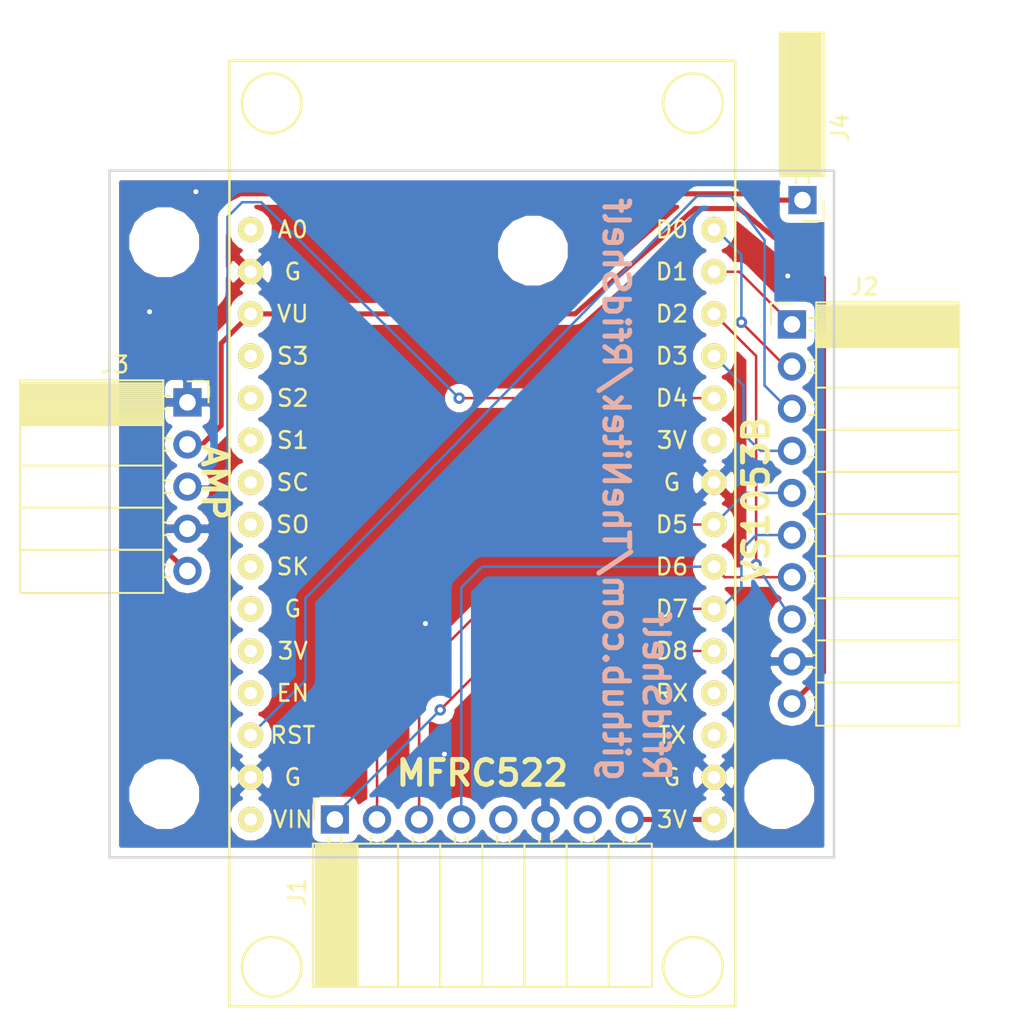
<source format=kicad_pcb>
(kicad_pcb (version 4) (host pcbnew 4.0.6)

  (general
    (links 29)
    (no_connects 0)
    (area 33.528 23.876 94.488001 85.598001)
    (thickness 1.6002)
    (drawings 8)
    (tracks 83)
    (zones 0)
    (modules 14)
    (nets 31)
  )

  (page User 254 254)
  (layers
    (0 F.Cu signal)
    (31 B.Cu signal)
    (33 F.Adhes user)
    (34 B.Paste user)
    (35 F.Paste user)
    (36 B.SilkS user)
    (37 F.SilkS user)
    (38 B.Mask user)
    (39 F.Mask user)
    (40 Dwgs.User user)
    (41 Cmts.User user)
    (42 Eco1.User user)
    (43 Eco2.User user)
    (44 Edge.Cuts user)
    (45 Margin user)
    (47 F.CrtYd user)
    (49 F.Fab user)
  )

  (setup
    (last_trace_width 0.1524)
    (trace_clearance 0.1524)
    (zone_clearance 0.508)
    (zone_45_only no)
    (trace_min 0.1524)
    (segment_width 0.2)
    (edge_width 0.15)
    (via_size 0.6858)
    (via_drill 0.3302)
    (via_min_size 0.6858)
    (via_min_drill 0.3302)
    (uvia_size 0.762)
    (uvia_drill 0.508)
    (uvias_allowed no)
    (uvia_min_size 0)
    (uvia_min_drill 0)
    (pcb_text_width 0.3)
    (pcb_text_size 1.5 1.5)
    (mod_edge_width 0.15)
    (mod_text_size 1 1)
    (mod_text_width 0.15)
    (pad_size 0.6 0.6)
    (pad_drill 0.3)
    (pad_to_mask_clearance 0.2)
    (aux_axis_origin 0 0)
    (visible_elements 7FFFFF7F)
    (pcbplotparams
      (layerselection 0x010f0_80000001)
      (usegerberextensions true)
      (excludeedgelayer true)
      (linewidth 0.101600)
      (plotframeref false)
      (viasonmask false)
      (mode 1)
      (useauxorigin false)
      (hpglpennumber 1)
      (hpglpenspeed 20)
      (hpglpendiameter 15)
      (hpglpenoverlay 2)
      (psnegative false)
      (psa4output false)
      (plotreference true)
      (plotvalue true)
      (plotinvisibletext false)
      (padsonsilk false)
      (subtractmaskfromsilk false)
      (outputformat 1)
      (mirror false)
      (drillshape 0)
      (scaleselection 1)
      (outputdirectory C:/Users/Nitek/Documents/KiCad/projects/RfidShelf/gerber))
  )

  (net 0 "")
  (net 1 /RF_CS)
  (net 2 /SCLK)
  (net 3 /MOSI)
  (net 4 /MISO)
  (net 5 "Net-(J1-Pad5)")
  (net 6 GND)
  (net 7 "Net-(J1-Pad7)")
  (net 8 +3V3)
  (net 9 /DREQ)
  (net 10 /XDCS)
  (net 11 /XCS)
  (net 12 /SD_CS)
  (net 13 +5V)
  (net 14 "Net-(U1-Pad1)")
  (net 15 "Net-(U1-Pad4)")
  (net 16 "Net-(U1-Pad5)")
  (net 17 "Net-(U1-Pad6)")
  (net 18 "Net-(U1-Pad7)")
  (net 19 "Net-(U1-Pad8)")
  (net 20 "Net-(U1-Pad9)")
  (net 21 "Net-(U1-Pad12)")
  (net 22 "Net-(U1-Pad15)")
  (net 23 "Net-(U1-Pad18)")
  (net 24 "Net-(U1-Pad19)")
  (net 25 "Net-(U1-Pad10)")
  (net 26 "Net-(U1-Pad11)")
  (net 27 "Net-(U1-Pad25)")
  (net 28 /RST)
  (net 29 /AMP_SLP)
  (net 30 /AUD+)

  (net_class Default "This is the default net class."
    (clearance 0.1524)
    (trace_width 0.1524)
    (via_dia 0.6858)
    (via_drill 0.3302)
    (uvia_dia 0.762)
    (uvia_drill 0.508)
    (add_net /AMP_SLP)
    (add_net /DREQ)
    (add_net /MISO)
    (add_net /MOSI)
    (add_net /RF_CS)
    (add_net /RST)
    (add_net /SCLK)
    (add_net /SD_CS)
    (add_net /XCS)
    (add_net /XDCS)
    (add_net "Net-(J1-Pad5)")
    (add_net "Net-(J1-Pad7)")
    (add_net "Net-(U1-Pad1)")
    (add_net "Net-(U1-Pad10)")
    (add_net "Net-(U1-Pad11)")
    (add_net "Net-(U1-Pad12)")
    (add_net "Net-(U1-Pad15)")
    (add_net "Net-(U1-Pad18)")
    (add_net "Net-(U1-Pad19)")
    (add_net "Net-(U1-Pad25)")
    (add_net "Net-(U1-Pad4)")
    (add_net "Net-(U1-Pad5)")
    (add_net "Net-(U1-Pad6)")
    (add_net "Net-(U1-Pad7)")
    (add_net "Net-(U1-Pad8)")
    (add_net "Net-(U1-Pad9)")
  )

  (net_class Audio ""
    (clearance 0.254)
    (trace_width 0.3048)
    (via_dia 1.016)
    (via_drill 0.508)
    (uvia_dia 0.762)
    (uvia_drill 0.508)
    (add_net /AUD+)
  )

  (net_class Power ""
    (clearance 0.254)
    (trace_width 0.3048)
    (via_dia 1.016)
    (via_drill 0.508)
    (uvia_dia 0.762)
    (uvia_drill 0.508)
    (add_net +3V3)
    (add_net +5V)
    (add_net GND)
  )

  (module nitek:VIA (layer F.Cu) (tedit 59189808) (tstamp 59189F14)
    (at 45.339 35.433)
    (fp_text reference REF** (at 0 1.905) (layer F.SilkS) hide
      (effects (font (size 1 1) (thickness 0.15)))
    )
    (fp_text value VIA (at 0 -1.905) (layer F.Fab) hide
      (effects (font (size 1 1) (thickness 0.15)))
    )
    (pad 1 thru_hole circle (at 0 0) (size 0.6 0.6) (drill 0.3) (layers *.Cu)
      (net 6 GND) (zone_connect 2))
  )

  (module nitek:VIA (layer F.Cu) (tedit 59189808) (tstamp 5918985B)
    (at 81.026 40.513)
    (fp_text reference REF** (at 0 1.905) (layer F.SilkS) hide
      (effects (font (size 1 1) (thickness 0.15)))
    )
    (fp_text value VIA (at 0 -1.905) (layer F.Fab) hide
      (effects (font (size 1 1) (thickness 0.15)))
    )
    (pad 1 thru_hole circle (at 0 0) (size 0.6 0.6) (drill 0.3) (layers *.Cu)
      (net 6 GND) (zone_connect 2))
  )

  (module nitek:VIA (layer F.Cu) (tedit 59189808) (tstamp 59189843)
    (at 60.325 69.342)
    (fp_text reference REF** (at 0 1.905) (layer F.SilkS) hide
      (effects (font (size 1 1) (thickness 0.15)))
    )
    (fp_text value VIA (at 0 -1.905) (layer F.Fab) hide
      (effects (font (size 1 1) (thickness 0.15)))
    )
    (pad 1 thru_hole circle (at 0 0) (size 0.6 0.6) (drill 0.3) (layers *.Cu)
      (net 6 GND) (zone_connect 2))
  )

  (module nitek:VIA (layer F.Cu) (tedit 59189808) (tstamp 59189839)
    (at 59.182 61.468)
    (fp_text reference REF** (at 0 1.905) (layer F.SilkS) hide
      (effects (font (size 1 1) (thickness 0.15)))
    )
    (fp_text value VIA (at 0 -1.905) (layer F.Fab) hide
      (effects (font (size 1 1) (thickness 0.15)))
    )
    (pad 1 thru_hole circle (at 0 0) (size 0.6 0.6) (drill 0.3) (layers *.Cu)
      (net 6 GND) (zone_connect 2))
  )

  (module Mounting_Holes:MountingHole_3.2mm_M3 (layer F.Cu) (tedit 591786CD) (tstamp 59177DE3)
    (at 65.659 38.989)
    (descr "Mounting Hole 3.2mm, no annular, M3")
    (tags "mounting hole 3.2mm no annular m3")
    (fp_text reference REF** (at 0 -4.2) (layer F.SilkS) hide
      (effects (font (size 1 1) (thickness 0.15)))
    )
    (fp_text value MountingHole_3.2mm_M3 (at 0 4.2) (layer F.Fab)
      (effects (font (size 1 1) (thickness 0.15)))
    )
    (fp_circle (center 0 0) (end 3.2 0) (layer Cmts.User) (width 0.15))
    (fp_circle (center 0 0) (end 3.45 0) (layer F.CrtYd) (width 0.05))
    (pad 1 np_thru_hole circle (at 0 0) (size 3.2 3.2) (drill 3.2) (layers *.Cu *.Mask))
  )

  (module Mounting_Holes:MountingHole_3.2mm_M3 (layer F.Cu) (tedit 591786D4) (tstamp 59177DB9)
    (at 43.434 71.755)
    (descr "Mounting Hole 3.2mm, no annular, M3")
    (tags "mounting hole 3.2mm no annular m3")
    (fp_text reference REF** (at 0 -4.2) (layer F.SilkS) hide
      (effects (font (size 1 1) (thickness 0.15)))
    )
    (fp_text value MountingHole_3.2mm_M3 (at 0 4.2) (layer F.Fab)
      (effects (font (size 1 1) (thickness 0.15)))
    )
    (fp_circle (center 0 0) (end 3.2 0) (layer Cmts.User) (width 0.15))
    (fp_circle (center 0 0) (end 3.45 0) (layer F.CrtYd) (width 0.05))
    (pad 1 np_thru_hole circle (at 0 0) (size 3.2 3.2) (drill 3.2) (layers *.Cu *.Mask))
  )

  (module Mounting_Holes:MountingHole_3.2mm_M3 (layer F.Cu) (tedit 591786DA) (tstamp 591778C8)
    (at 80.518 71.755)
    (descr "Mounting Hole 3.2mm, no annular, M3")
    (tags "mounting hole 3.2mm no annular m3")
    (fp_text reference REF** (at 0 -4.2) (layer F.SilkS) hide
      (effects (font (size 1 1) (thickness 0.15)))
    )
    (fp_text value MountingHole_3.2mm_M3 (at 0 4.2) (layer F.Fab)
      (effects (font (size 1 1) (thickness 0.15)))
    )
    (fp_circle (center 0 0) (end 3.2 0) (layer Cmts.User) (width 0.15))
    (fp_circle (center 0 0) (end 3.45 0) (layer F.CrtYd) (width 0.05))
    (pad 1 np_thru_hole circle (at 0 0) (size 3.2 3.2) (drill 3.2) (layers *.Cu *.Mask))
  )

  (module Socket_Strips:Socket_Strip_Angled_1x05_Pitch2.54mm (layer F.Cu) (tedit 58CD5446) (tstamp 58F67B6A)
    (at 44.831 48.133)
    (descr "Through hole angled socket strip, 1x05, 2.54mm pitch, 8.51mm socket length, single row")
    (tags "Through hole angled socket strip THT 1x05 2.54mm single row")
    (path /58F678E4)
    (fp_text reference J3 (at -4.38 -2.27) (layer F.SilkS)
      (effects (font (size 1 1) (thickness 0.15)))
    )
    (fp_text value Amplifier (at -4.38 12.43) (layer F.Fab)
      (effects (font (size 1 1) (thickness 0.15)))
    )
    (fp_line (start -1.52 -1.27) (end -1.52 1.27) (layer F.Fab) (width 0.1))
    (fp_line (start -1.52 1.27) (end -10.03 1.27) (layer F.Fab) (width 0.1))
    (fp_line (start -10.03 1.27) (end -10.03 -1.27) (layer F.Fab) (width 0.1))
    (fp_line (start -10.03 -1.27) (end -1.52 -1.27) (layer F.Fab) (width 0.1))
    (fp_line (start 0 -0.32) (end 0 0.32) (layer F.Fab) (width 0.1))
    (fp_line (start 0 0.32) (end -1.52 0.32) (layer F.Fab) (width 0.1))
    (fp_line (start -1.52 0.32) (end -1.52 -0.32) (layer F.Fab) (width 0.1))
    (fp_line (start -1.52 -0.32) (end 0 -0.32) (layer F.Fab) (width 0.1))
    (fp_line (start -1.52 1.27) (end -1.52 3.81) (layer F.Fab) (width 0.1))
    (fp_line (start -1.52 3.81) (end -10.03 3.81) (layer F.Fab) (width 0.1))
    (fp_line (start -10.03 3.81) (end -10.03 1.27) (layer F.Fab) (width 0.1))
    (fp_line (start -10.03 1.27) (end -1.52 1.27) (layer F.Fab) (width 0.1))
    (fp_line (start 0 2.22) (end 0 2.86) (layer F.Fab) (width 0.1))
    (fp_line (start 0 2.86) (end -1.52 2.86) (layer F.Fab) (width 0.1))
    (fp_line (start -1.52 2.86) (end -1.52 2.22) (layer F.Fab) (width 0.1))
    (fp_line (start -1.52 2.22) (end 0 2.22) (layer F.Fab) (width 0.1))
    (fp_line (start -1.52 3.81) (end -1.52 6.35) (layer F.Fab) (width 0.1))
    (fp_line (start -1.52 6.35) (end -10.03 6.35) (layer F.Fab) (width 0.1))
    (fp_line (start -10.03 6.35) (end -10.03 3.81) (layer F.Fab) (width 0.1))
    (fp_line (start -10.03 3.81) (end -1.52 3.81) (layer F.Fab) (width 0.1))
    (fp_line (start 0 4.76) (end 0 5.4) (layer F.Fab) (width 0.1))
    (fp_line (start 0 5.4) (end -1.52 5.4) (layer F.Fab) (width 0.1))
    (fp_line (start -1.52 5.4) (end -1.52 4.76) (layer F.Fab) (width 0.1))
    (fp_line (start -1.52 4.76) (end 0 4.76) (layer F.Fab) (width 0.1))
    (fp_line (start -1.52 6.35) (end -1.52 8.89) (layer F.Fab) (width 0.1))
    (fp_line (start -1.52 8.89) (end -10.03 8.89) (layer F.Fab) (width 0.1))
    (fp_line (start -10.03 8.89) (end -10.03 6.35) (layer F.Fab) (width 0.1))
    (fp_line (start -10.03 6.35) (end -1.52 6.35) (layer F.Fab) (width 0.1))
    (fp_line (start 0 7.3) (end 0 7.94) (layer F.Fab) (width 0.1))
    (fp_line (start 0 7.94) (end -1.52 7.94) (layer F.Fab) (width 0.1))
    (fp_line (start -1.52 7.94) (end -1.52 7.3) (layer F.Fab) (width 0.1))
    (fp_line (start -1.52 7.3) (end 0 7.3) (layer F.Fab) (width 0.1))
    (fp_line (start -1.52 8.89) (end -1.52 11.43) (layer F.Fab) (width 0.1))
    (fp_line (start -1.52 11.43) (end -10.03 11.43) (layer F.Fab) (width 0.1))
    (fp_line (start -10.03 11.43) (end -10.03 8.89) (layer F.Fab) (width 0.1))
    (fp_line (start -10.03 8.89) (end -1.52 8.89) (layer F.Fab) (width 0.1))
    (fp_line (start 0 9.84) (end 0 10.48) (layer F.Fab) (width 0.1))
    (fp_line (start 0 10.48) (end -1.52 10.48) (layer F.Fab) (width 0.1))
    (fp_line (start -1.52 10.48) (end -1.52 9.84) (layer F.Fab) (width 0.1))
    (fp_line (start -1.52 9.84) (end 0 9.84) (layer F.Fab) (width 0.1))
    (fp_line (start -1.46 -1.33) (end -1.46 1.27) (layer F.SilkS) (width 0.12))
    (fp_line (start -1.46 1.27) (end -10.09 1.27) (layer F.SilkS) (width 0.12))
    (fp_line (start -10.09 1.27) (end -10.09 -1.33) (layer F.SilkS) (width 0.12))
    (fp_line (start -10.09 -1.33) (end -1.46 -1.33) (layer F.SilkS) (width 0.12))
    (fp_line (start -1.03 -0.38) (end -1.46 -0.38) (layer F.SilkS) (width 0.12))
    (fp_line (start -1.03 0.38) (end -1.46 0.38) (layer F.SilkS) (width 0.12))
    (fp_line (start -1.46 -1.15) (end -10.09 -1.15) (layer F.SilkS) (width 0.12))
    (fp_line (start -1.46 -1.03) (end -10.09 -1.03) (layer F.SilkS) (width 0.12))
    (fp_line (start -1.46 -0.91) (end -10.09 -0.91) (layer F.SilkS) (width 0.12))
    (fp_line (start -1.46 -0.79) (end -10.09 -0.79) (layer F.SilkS) (width 0.12))
    (fp_line (start -1.46 -0.67) (end -10.09 -0.67) (layer F.SilkS) (width 0.12))
    (fp_line (start -1.46 -0.55) (end -10.09 -0.55) (layer F.SilkS) (width 0.12))
    (fp_line (start -1.46 -0.43) (end -10.09 -0.43) (layer F.SilkS) (width 0.12))
    (fp_line (start -1.46 -0.31) (end -10.09 -0.31) (layer F.SilkS) (width 0.12))
    (fp_line (start -1.46 -0.19) (end -10.09 -0.19) (layer F.SilkS) (width 0.12))
    (fp_line (start -1.46 -0.07) (end -10.09 -0.07) (layer F.SilkS) (width 0.12))
    (fp_line (start -1.46 0.05) (end -10.09 0.05) (layer F.SilkS) (width 0.12))
    (fp_line (start -1.46 0.17) (end -10.09 0.17) (layer F.SilkS) (width 0.12))
    (fp_line (start -1.46 0.29) (end -10.09 0.29) (layer F.SilkS) (width 0.12))
    (fp_line (start -1.46 0.41) (end -10.09 0.41) (layer F.SilkS) (width 0.12))
    (fp_line (start -1.46 0.53) (end -10.09 0.53) (layer F.SilkS) (width 0.12))
    (fp_line (start -1.46 0.65) (end -10.09 0.65) (layer F.SilkS) (width 0.12))
    (fp_line (start -1.46 0.77) (end -10.09 0.77) (layer F.SilkS) (width 0.12))
    (fp_line (start -1.46 0.89) (end -10.09 0.89) (layer F.SilkS) (width 0.12))
    (fp_line (start -1.46 1.01) (end -10.09 1.01) (layer F.SilkS) (width 0.12))
    (fp_line (start -1.46 1.13) (end -10.09 1.13) (layer F.SilkS) (width 0.12))
    (fp_line (start -1.46 1.25) (end -10.09 1.25) (layer F.SilkS) (width 0.12))
    (fp_line (start -1.46 1.37) (end -10.09 1.37) (layer F.SilkS) (width 0.12))
    (fp_line (start -1.46 1.27) (end -1.46 3.81) (layer F.SilkS) (width 0.12))
    (fp_line (start -1.46 3.81) (end -10.09 3.81) (layer F.SilkS) (width 0.12))
    (fp_line (start -10.09 3.81) (end -10.09 1.27) (layer F.SilkS) (width 0.12))
    (fp_line (start -10.09 1.27) (end -1.46 1.27) (layer F.SilkS) (width 0.12))
    (fp_line (start -1.03 2.16) (end -1.46 2.16) (layer F.SilkS) (width 0.12))
    (fp_line (start -1.03 2.92) (end -1.46 2.92) (layer F.SilkS) (width 0.12))
    (fp_line (start -1.46 3.81) (end -1.46 6.35) (layer F.SilkS) (width 0.12))
    (fp_line (start -1.46 6.35) (end -10.09 6.35) (layer F.SilkS) (width 0.12))
    (fp_line (start -10.09 6.35) (end -10.09 3.81) (layer F.SilkS) (width 0.12))
    (fp_line (start -10.09 3.81) (end -1.46 3.81) (layer F.SilkS) (width 0.12))
    (fp_line (start -1.03 4.7) (end -1.46 4.7) (layer F.SilkS) (width 0.12))
    (fp_line (start -1.03 5.46) (end -1.46 5.46) (layer F.SilkS) (width 0.12))
    (fp_line (start -1.46 6.35) (end -1.46 8.89) (layer F.SilkS) (width 0.12))
    (fp_line (start -1.46 8.89) (end -10.09 8.89) (layer F.SilkS) (width 0.12))
    (fp_line (start -10.09 8.89) (end -10.09 6.35) (layer F.SilkS) (width 0.12))
    (fp_line (start -10.09 6.35) (end -1.46 6.35) (layer F.SilkS) (width 0.12))
    (fp_line (start -1.03 7.24) (end -1.46 7.24) (layer F.SilkS) (width 0.12))
    (fp_line (start -1.03 8) (end -1.46 8) (layer F.SilkS) (width 0.12))
    (fp_line (start -1.46 8.89) (end -1.46 11.49) (layer F.SilkS) (width 0.12))
    (fp_line (start -1.46 11.49) (end -10.09 11.49) (layer F.SilkS) (width 0.12))
    (fp_line (start -10.09 11.49) (end -10.09 8.89) (layer F.SilkS) (width 0.12))
    (fp_line (start -10.09 8.89) (end -1.46 8.89) (layer F.SilkS) (width 0.12))
    (fp_line (start -1.03 9.78) (end -1.46 9.78) (layer F.SilkS) (width 0.12))
    (fp_line (start -1.03 10.54) (end -1.46 10.54) (layer F.SilkS) (width 0.12))
    (fp_line (start 0 -1.27) (end 1.27 -1.27) (layer F.SilkS) (width 0.12))
    (fp_line (start 1.27 -1.27) (end 1.27 0) (layer F.SilkS) (width 0.12))
    (fp_line (start 1.8 -1.8) (end 1.8 11.95) (layer F.CrtYd) (width 0.05))
    (fp_line (start 1.8 11.95) (end -10.55 11.95) (layer F.CrtYd) (width 0.05))
    (fp_line (start -10.55 11.95) (end -10.55 -1.8) (layer F.CrtYd) (width 0.05))
    (fp_line (start -10.55 -1.8) (end 1.8 -1.8) (layer F.CrtYd) (width 0.05))
    (fp_text user %R (at -4.38 -2.27) (layer F.Fab)
      (effects (font (size 1 1) (thickness 0.15)))
    )
    (pad 1 thru_hole rect (at 0 0) (size 1.7 1.7) (drill 1) (layers *.Cu *.Mask)
      (net 6 GND))
    (pad 2 thru_hole oval (at 0 2.54) (size 1.7 1.7) (drill 1) (layers *.Cu *.Mask)
      (net 13 +5V))
    (pad 3 thru_hole oval (at 0 5.08) (size 1.7 1.7) (drill 1) (layers *.Cu *.Mask)
      (net 29 /AMP_SLP))
    (pad 4 thru_hole oval (at 0 7.62) (size 1.7 1.7) (drill 1) (layers *.Cu *.Mask)
      (net 6 GND))
    (pad 5 thru_hole oval (at 0 10.16) (size 1.7 1.7) (drill 1) (layers *.Cu *.Mask)
      (net 30 /AUD+))
    (model ${KISYS3DMOD}/Socket_Strips.3dshapes/Socket_Strip_Angled_1x05_Pitch2.54mm.wrl
      (at (xyz 0 -0.2 0))
      (scale (xyz 1 1 1))
      (rotate (xyz 0 0 270))
    )
  )

  (module "ESP8266:NodeMCU1.0(12-E)" (layer F.Cu) (tedit 58FA5AE9) (tstamp 58F67BB3)
    (at 62.611 58.039)
    (path /58F64AA0)
    (fp_text reference U1 (at 0 0) (layer F.SilkS) hide
      (effects (font (size 1 1) (thickness 0.15)))
    )
    (fp_text value "NodeMCU_1.0_(ESP-12E)" (at 0 -29.21) (layer F.Fab)
      (effects (font (size 1 1) (thickness 0.15)))
    )
    (fp_text user VIN (at -11.43 15.24) (layer F.SilkS)
      (effects (font (size 1 1) (thickness 0.15)))
    )
    (fp_text user G (at -11.43 12.7) (layer F.SilkS)
      (effects (font (size 1 1) (thickness 0.15)))
    )
    (fp_text user RST (at -11.43 10.16) (layer F.SilkS)
      (effects (font (size 1 1) (thickness 0.15)))
    )
    (fp_text user EN (at -11.43 7.62) (layer F.SilkS)
      (effects (font (size 1 1) (thickness 0.15)))
    )
    (fp_text user 3V (at -11.43 5.08) (layer F.SilkS)
      (effects (font (size 1 1) (thickness 0.15)))
    )
    (fp_text user G (at -11.43 2.54) (layer F.SilkS)
      (effects (font (size 1 1) (thickness 0.15)))
    )
    (fp_text user SK (at -11.43 0) (layer F.SilkS)
      (effects (font (size 1 1) (thickness 0.15)))
    )
    (fp_text user SO (at -11.43 -2.54) (layer F.SilkS)
      (effects (font (size 1 1) (thickness 0.15)))
    )
    (fp_text user SC (at -11.43 -5.08) (layer F.SilkS)
      (effects (font (size 1 1) (thickness 0.15)))
    )
    (fp_text user S1 (at -11.43 -7.62) (layer F.SilkS)
      (effects (font (size 1 1) (thickness 0.15)))
    )
    (fp_text user S2 (at -11.43 -10.16) (layer F.SilkS)
      (effects (font (size 1 1) (thickness 0.15)))
    )
    (fp_text user S3 (at -11.43 -12.7) (layer F.SilkS)
      (effects (font (size 1 1) (thickness 0.15)))
    )
    (fp_text user VU (at -11.43 -15.24) (layer F.SilkS)
      (effects (font (size 1 1) (thickness 0.15)))
    )
    (fp_text user G (at -11.43 -17.78) (layer F.SilkS)
      (effects (font (size 1 1) (thickness 0.15)))
    )
    (fp_text user A0 (at -11.43 -20.32) (layer F.SilkS)
      (effects (font (size 1 1) (thickness 0.15)))
    )
    (fp_text user 3V (at 11.43 15.24) (layer F.SilkS)
      (effects (font (size 1 1) (thickness 0.15)))
    )
    (fp_text user G (at 11.43 12.7) (layer F.SilkS)
      (effects (font (size 1 1) (thickness 0.15)))
    )
    (fp_text user TX (at 11.43 10.16) (layer F.SilkS)
      (effects (font (size 1 1) (thickness 0.15)))
    )
    (fp_text user RX (at 11.43 7.62) (layer F.SilkS)
      (effects (font (size 1 1) (thickness 0.15)))
    )
    (fp_text user D8 (at 11.43 5.08) (layer F.SilkS)
      (effects (font (size 1 1) (thickness 0.15)))
    )
    (fp_text user D7 (at 11.43 2.54) (layer F.SilkS)
      (effects (font (size 1 1) (thickness 0.15)))
    )
    (fp_text user D6 (at 11.43 0) (layer F.SilkS)
      (effects (font (size 1 1) (thickness 0.15)))
    )
    (fp_text user D5 (at 11.43 -2.54) (layer F.SilkS)
      (effects (font (size 1 1) (thickness 0.15)))
    )
    (fp_text user G (at 11.43 -5.08) (layer F.SilkS)
      (effects (font (size 1 1) (thickness 0.15)))
    )
    (fp_text user 3V (at 11.43 -7.62) (layer F.SilkS)
      (effects (font (size 1 1) (thickness 0.15)))
    )
    (fp_text user D4 (at 11.43 -10.16) (layer F.SilkS)
      (effects (font (size 1 1) (thickness 0.15)))
    )
    (fp_text user D3 (at 11.43 -12.7) (layer F.SilkS)
      (effects (font (size 1 1) (thickness 0.15)))
    )
    (fp_text user D2 (at 11.43 -15.24) (layer F.SilkS)
      (effects (font (size 1 1) (thickness 0.15)))
    )
    (fp_text user D1 (at 11.43 -17.78) (layer F.SilkS)
      (effects (font (size 1 1) (thickness 0.15)))
    )
    (fp_text user D0 (at 11.43 -20.32) (layer F.SilkS)
      (effects (font (size 1 1) (thickness 0.15)))
    )
    (fp_circle (center 12.7 24.13) (end 13.97 22.86) (layer F.SilkS) (width 0.15))
    (fp_circle (center -12.7 24.13) (end -11.43 22.86) (layer F.SilkS) (width 0.15))
    (fp_circle (center -12.7 -27.94) (end -11.43 -29.21) (layer F.SilkS) (width 0.15))
    (fp_circle (center 12.7 -27.94) (end 13.97 -29.21) (layer F.SilkS) (width 0.15))
    (fp_line (start 15.25 -30.5) (end -14.75 -30.5) (layer F.SilkS) (width 0.15))
    (fp_line (start -14.75 -30.5) (end -15.25 -30.5) (layer F.SilkS) (width 0.15))
    (fp_line (start -15.25 -30.5) (end -15.25 26.5) (layer F.SilkS) (width 0.15))
    (fp_line (start -15.25 26.5) (end 15.25 26.5) (layer F.SilkS) (width 0.15))
    (fp_line (start 15.25 26.5) (end 15.25 -30.5) (layer F.SilkS) (width 0.15))
    (pad 1 thru_hole circle (at -13.97 -20.32) (size 1.524 1.524) (drill 0.762) (layers *.Cu *.Mask F.SilkS)
      (net 14 "Net-(U1-Pad1)"))
    (pad 2 thru_hole circle (at -13.97 -17.78) (size 1.524 1.524) (drill 0.762) (layers *.Cu *.Mask F.SilkS)
      (net 6 GND))
    (pad 3 thru_hole circle (at -13.97 -15.24) (size 1.524 1.524) (drill 0.762) (layers *.Cu *.Mask F.SilkS)
      (net 13 +5V))
    (pad 4 thru_hole circle (at -13.97 -12.7) (size 1.524 1.524) (drill 0.762) (layers *.Cu *.Mask F.SilkS)
      (net 15 "Net-(U1-Pad4)"))
    (pad 5 thru_hole circle (at -13.97 -10.16) (size 1.524 1.524) (drill 0.762) (layers *.Cu *.Mask F.SilkS)
      (net 16 "Net-(U1-Pad5)"))
    (pad 6 thru_hole circle (at -13.97 -7.62) (size 1.524 1.524) (drill 0.762) (layers *.Cu *.Mask F.SilkS)
      (net 17 "Net-(U1-Pad6)"))
    (pad 7 thru_hole circle (at -13.97 -5.08) (size 1.524 1.524) (drill 0.762) (layers *.Cu *.Mask F.SilkS)
      (net 18 "Net-(U1-Pad7)"))
    (pad 8 thru_hole circle (at -13.97 -2.54) (size 1.524 1.524) (drill 0.762) (layers *.Cu *.Mask F.SilkS)
      (net 19 "Net-(U1-Pad8)"))
    (pad 9 thru_hole circle (at -13.97 0) (size 1.524 1.524) (drill 0.762) (layers *.Cu *.Mask F.SilkS)
      (net 20 "Net-(U1-Pad9)"))
    (pad 10 thru_hole circle (at -13.97 2.54) (size 1.524 1.524) (drill 0.762) (layers *.Cu *.Mask F.SilkS)
      (net 25 "Net-(U1-Pad10)"))
    (pad 11 thru_hole circle (at -13.97 5.08) (size 1.524 1.524) (drill 0.762) (layers *.Cu *.Mask F.SilkS)
      (net 26 "Net-(U1-Pad11)"))
    (pad 12 thru_hole circle (at -13.97 7.62) (size 1.524 1.524) (drill 0.762) (layers *.Cu *.Mask F.SilkS)
      (net 21 "Net-(U1-Pad12)"))
    (pad 13 thru_hole circle (at -13.97 10.16) (size 1.524 1.524) (drill 0.762) (layers *.Cu *.Mask F.SilkS)
      (net 28 /RST))
    (pad 14 thru_hole circle (at -13.97 12.7) (size 1.524 1.524) (drill 0.762) (layers *.Cu *.Mask F.SilkS)
      (net 6 GND))
    (pad 15 thru_hole circle (at -13.97 15.24) (size 1.524 1.524) (drill 0.762) (layers *.Cu *.Mask F.SilkS)
      (net 22 "Net-(U1-Pad15)"))
    (pad 16 thru_hole circle (at 13.97 15.24) (size 1.524 1.524) (drill 0.762) (layers *.Cu *.Mask F.SilkS)
      (net 8 +3V3))
    (pad 17 thru_hole circle (at 13.97 12.7) (size 1.524 1.524) (drill 0.762) (layers *.Cu *.Mask F.SilkS)
      (net 6 GND))
    (pad 18 thru_hole circle (at 13.97 10.16) (size 1.524 1.524) (drill 0.762) (layers *.Cu *.Mask F.SilkS)
      (net 23 "Net-(U1-Pad18)"))
    (pad 19 thru_hole circle (at 13.97 7.62) (size 1.524 1.524) (drill 0.762) (layers *.Cu *.Mask F.SilkS)
      (net 24 "Net-(U1-Pad19)"))
    (pad 20 thru_hole circle (at 13.97 5.08) (size 1.524 1.524) (drill 0.762) (layers *.Cu *.Mask F.SilkS)
      (net 1 /RF_CS))
    (pad 21 thru_hole circle (at 13.97 2.54) (size 1.524 1.524) (drill 0.762) (layers *.Cu *.Mask F.SilkS)
      (net 3 /MOSI))
    (pad 22 thru_hole circle (at 13.97 0) (size 1.524 1.524) (drill 0.762) (layers *.Cu *.Mask F.SilkS)
      (net 4 /MISO))
    (pad 23 thru_hole circle (at 13.97 -2.54) (size 1.524 1.524) (drill 0.762) (layers *.Cu *.Mask F.SilkS)
      (net 2 /SCLK))
    (pad 24 thru_hole circle (at 13.97 -5.08) (size 1.524 1.524) (drill 0.762) (layers *.Cu *.Mask F.SilkS)
      (net 6 GND))
    (pad 25 thru_hole circle (at 13.97 -7.62) (size 1.524 1.524) (drill 0.762) (layers *.Cu *.Mask F.SilkS)
      (net 27 "Net-(U1-Pad25)"))
    (pad 26 thru_hole circle (at 13.97 -10.16) (size 1.524 1.524) (drill 0.762) (layers *.Cu *.Mask F.SilkS)
      (net 29 /AMP_SLP))
    (pad 27 thru_hole circle (at 13.97 -12.7) (size 1.524 1.524) (drill 0.762) (layers *.Cu *.Mask F.SilkS)
      (net 11 /XCS))
    (pad 28 thru_hole circle (at 13.97 -15.24) (size 1.524 1.524) (drill 0.762) (layers *.Cu *.Mask F.SilkS)
      (net 12 /SD_CS))
    (pad 29 thru_hole circle (at 13.97 -17.78) (size 1.524 1.524) (drill 0.762) (layers *.Cu *.Mask F.SilkS)
      (net 9 /DREQ))
    (pad 30 thru_hole circle (at 13.97 -20.32) (size 1.524 1.524) (drill 0.762) (layers *.Cu *.Mask F.SilkS)
      (net 10 /XDCS))
  )

  (module Socket_Strips:Socket_Strip_Angled_1x10_Pitch2.54mm (layer F.Cu) (tedit 59176C5C) (tstamp 58F67AFE)
    (at 81.28 43.434)
    (descr "Through hole angled socket strip, 1x10, 2.54mm pitch, 8.51mm socket length, single row")
    (tags "Through hole angled socket strip THT 1x10 2.54mm single row")
    (path /58F66484)
    (fp_text reference J2 (at 4.38 -2.27) (layer F.SilkS)
      (effects (font (size 1 1) (thickness 0.15)))
    )
    (fp_text value GEEETECH_MP3 (at 11.176 12.7 90) (layer F.Fab)
      (effects (font (size 1 1) (thickness 0.15)))
    )
    (fp_line (start 1.52 -1.27) (end 1.52 1.27) (layer F.Fab) (width 0.1))
    (fp_line (start 1.52 1.27) (end 10.03 1.27) (layer F.Fab) (width 0.1))
    (fp_line (start 10.03 1.27) (end 10.03 -1.27) (layer F.Fab) (width 0.1))
    (fp_line (start 10.03 -1.27) (end 1.52 -1.27) (layer F.Fab) (width 0.1))
    (fp_line (start 0 -0.32) (end 0 0.32) (layer F.Fab) (width 0.1))
    (fp_line (start 0 0.32) (end 1.52 0.32) (layer F.Fab) (width 0.1))
    (fp_line (start 1.52 0.32) (end 1.52 -0.32) (layer F.Fab) (width 0.1))
    (fp_line (start 1.52 -0.32) (end 0 -0.32) (layer F.Fab) (width 0.1))
    (fp_line (start 1.52 1.27) (end 1.52 3.81) (layer F.Fab) (width 0.1))
    (fp_line (start 1.52 3.81) (end 10.03 3.81) (layer F.Fab) (width 0.1))
    (fp_line (start 10.03 3.81) (end 10.03 1.27) (layer F.Fab) (width 0.1))
    (fp_line (start 10.03 1.27) (end 1.52 1.27) (layer F.Fab) (width 0.1))
    (fp_line (start 0 2.22) (end 0 2.86) (layer F.Fab) (width 0.1))
    (fp_line (start 0 2.86) (end 1.52 2.86) (layer F.Fab) (width 0.1))
    (fp_line (start 1.52 2.86) (end 1.52 2.22) (layer F.Fab) (width 0.1))
    (fp_line (start 1.52 2.22) (end 0 2.22) (layer F.Fab) (width 0.1))
    (fp_line (start 1.52 3.81) (end 1.52 6.35) (layer F.Fab) (width 0.1))
    (fp_line (start 1.52 6.35) (end 10.03 6.35) (layer F.Fab) (width 0.1))
    (fp_line (start 10.03 6.35) (end 10.03 3.81) (layer F.Fab) (width 0.1))
    (fp_line (start 10.03 3.81) (end 1.52 3.81) (layer F.Fab) (width 0.1))
    (fp_line (start 0 4.76) (end 0 5.4) (layer F.Fab) (width 0.1))
    (fp_line (start 0 5.4) (end 1.52 5.4) (layer F.Fab) (width 0.1))
    (fp_line (start 1.52 5.4) (end 1.52 4.76) (layer F.Fab) (width 0.1))
    (fp_line (start 1.52 4.76) (end 0 4.76) (layer F.Fab) (width 0.1))
    (fp_line (start 1.52 6.35) (end 1.52 8.89) (layer F.Fab) (width 0.1))
    (fp_line (start 1.52 8.89) (end 10.03 8.89) (layer F.Fab) (width 0.1))
    (fp_line (start 10.03 8.89) (end 10.03 6.35) (layer F.Fab) (width 0.1))
    (fp_line (start 10.03 6.35) (end 1.52 6.35) (layer F.Fab) (width 0.1))
    (fp_line (start 0 7.3) (end 0 7.94) (layer F.Fab) (width 0.1))
    (fp_line (start 0 7.94) (end 1.52 7.94) (layer F.Fab) (width 0.1))
    (fp_line (start 1.52 7.94) (end 1.52 7.3) (layer F.Fab) (width 0.1))
    (fp_line (start 1.52 7.3) (end 0 7.3) (layer F.Fab) (width 0.1))
    (fp_line (start 1.52 8.89) (end 1.52 11.43) (layer F.Fab) (width 0.1))
    (fp_line (start 1.52 11.43) (end 10.03 11.43) (layer F.Fab) (width 0.1))
    (fp_line (start 10.03 11.43) (end 10.03 8.89) (layer F.Fab) (width 0.1))
    (fp_line (start 10.03 8.89) (end 1.52 8.89) (layer F.Fab) (width 0.1))
    (fp_line (start 0 9.84) (end 0 10.48) (layer F.Fab) (width 0.1))
    (fp_line (start 0 10.48) (end 1.52 10.48) (layer F.Fab) (width 0.1))
    (fp_line (start 1.52 10.48) (end 1.52 9.84) (layer F.Fab) (width 0.1))
    (fp_line (start 1.52 9.84) (end 0 9.84) (layer F.Fab) (width 0.1))
    (fp_line (start 1.52 11.43) (end 1.52 13.97) (layer F.Fab) (width 0.1))
    (fp_line (start 1.52 13.97) (end 10.03 13.97) (layer F.Fab) (width 0.1))
    (fp_line (start 10.03 13.97) (end 10.03 11.43) (layer F.Fab) (width 0.1))
    (fp_line (start 10.03 11.43) (end 1.52 11.43) (layer F.Fab) (width 0.1))
    (fp_line (start 0 12.38) (end 0 13.02) (layer F.Fab) (width 0.1))
    (fp_line (start 0 13.02) (end 1.52 13.02) (layer F.Fab) (width 0.1))
    (fp_line (start 1.52 13.02) (end 1.52 12.38) (layer F.Fab) (width 0.1))
    (fp_line (start 1.52 12.38) (end 0 12.38) (layer F.Fab) (width 0.1))
    (fp_line (start 1.52 13.97) (end 1.52 16.51) (layer F.Fab) (width 0.1))
    (fp_line (start 1.52 16.51) (end 10.03 16.51) (layer F.Fab) (width 0.1))
    (fp_line (start 10.03 16.51) (end 10.03 13.97) (layer F.Fab) (width 0.1))
    (fp_line (start 10.03 13.97) (end 1.52 13.97) (layer F.Fab) (width 0.1))
    (fp_line (start 0 14.92) (end 0 15.56) (layer F.Fab) (width 0.1))
    (fp_line (start 0 15.56) (end 1.52 15.56) (layer F.Fab) (width 0.1))
    (fp_line (start 1.52 15.56) (end 1.52 14.92) (layer F.Fab) (width 0.1))
    (fp_line (start 1.52 14.92) (end 0 14.92) (layer F.Fab) (width 0.1))
    (fp_line (start 1.52 16.51) (end 1.52 19.05) (layer F.Fab) (width 0.1))
    (fp_line (start 1.52 19.05) (end 10.03 19.05) (layer F.Fab) (width 0.1))
    (fp_line (start 10.03 19.05) (end 10.03 16.51) (layer F.Fab) (width 0.1))
    (fp_line (start 10.03 16.51) (end 1.52 16.51) (layer F.Fab) (width 0.1))
    (fp_line (start 0 17.46) (end 0 18.1) (layer F.Fab) (width 0.1))
    (fp_line (start 0 18.1) (end 1.52 18.1) (layer F.Fab) (width 0.1))
    (fp_line (start 1.52 18.1) (end 1.52 17.46) (layer F.Fab) (width 0.1))
    (fp_line (start 1.52 17.46) (end 0 17.46) (layer F.Fab) (width 0.1))
    (fp_line (start 1.52 19.05) (end 1.52 21.59) (layer F.Fab) (width 0.1))
    (fp_line (start 1.52 21.59) (end 10.03 21.59) (layer F.Fab) (width 0.1))
    (fp_line (start 10.03 21.59) (end 10.03 19.05) (layer F.Fab) (width 0.1))
    (fp_line (start 10.03 19.05) (end 1.52 19.05) (layer F.Fab) (width 0.1))
    (fp_line (start 0 20) (end 0 20.64) (layer F.Fab) (width 0.1))
    (fp_line (start 0 20.64) (end 1.52 20.64) (layer F.Fab) (width 0.1))
    (fp_line (start 1.52 20.64) (end 1.52 20) (layer F.Fab) (width 0.1))
    (fp_line (start 1.52 20) (end 0 20) (layer F.Fab) (width 0.1))
    (fp_line (start 1.52 21.59) (end 1.52 24.13) (layer F.Fab) (width 0.1))
    (fp_line (start 1.52 24.13) (end 10.03 24.13) (layer F.Fab) (width 0.1))
    (fp_line (start 10.03 24.13) (end 10.03 21.59) (layer F.Fab) (width 0.1))
    (fp_line (start 10.03 21.59) (end 1.52 21.59) (layer F.Fab) (width 0.1))
    (fp_line (start 0 22.54) (end 0 23.18) (layer F.Fab) (width 0.1))
    (fp_line (start 0 23.18) (end 1.52 23.18) (layer F.Fab) (width 0.1))
    (fp_line (start 1.52 23.18) (end 1.52 22.54) (layer F.Fab) (width 0.1))
    (fp_line (start 1.52 22.54) (end 0 22.54) (layer F.Fab) (width 0.1))
    (fp_line (start 1.46 -1.33) (end 1.46 1.27) (layer F.SilkS) (width 0.12))
    (fp_line (start 1.46 1.27) (end 10.09 1.27) (layer F.SilkS) (width 0.12))
    (fp_line (start 10.09 1.27) (end 10.09 -1.33) (layer F.SilkS) (width 0.12))
    (fp_line (start 10.09 -1.33) (end 1.46 -1.33) (layer F.SilkS) (width 0.12))
    (fp_line (start 1.03 -0.38) (end 1.46 -0.38) (layer F.SilkS) (width 0.12))
    (fp_line (start 1.03 0.38) (end 1.46 0.38) (layer F.SilkS) (width 0.12))
    (fp_line (start 1.46 -1.15) (end 10.09 -1.15) (layer F.SilkS) (width 0.12))
    (fp_line (start 1.46 -1.03) (end 10.09 -1.03) (layer F.SilkS) (width 0.12))
    (fp_line (start 1.46 -0.91) (end 10.09 -0.91) (layer F.SilkS) (width 0.12))
    (fp_line (start 1.46 -0.79) (end 10.09 -0.79) (layer F.SilkS) (width 0.12))
    (fp_line (start 1.46 -0.67) (end 10.09 -0.67) (layer F.SilkS) (width 0.12))
    (fp_line (start 1.46 -0.55) (end 10.09 -0.55) (layer F.SilkS) (width 0.12))
    (fp_line (start 1.46 -0.43) (end 10.09 -0.43) (layer F.SilkS) (width 0.12))
    (fp_line (start 1.46 -0.31) (end 10.09 -0.31) (layer F.SilkS) (width 0.12))
    (fp_line (start 1.46 -0.19) (end 10.09 -0.19) (layer F.SilkS) (width 0.12))
    (fp_line (start 1.46 -0.07) (end 10.09 -0.07) (layer F.SilkS) (width 0.12))
    (fp_line (start 1.46 0.05) (end 10.09 0.05) (layer F.SilkS) (width 0.12))
    (fp_line (start 1.46 0.17) (end 10.09 0.17) (layer F.SilkS) (width 0.12))
    (fp_line (start 1.46 0.29) (end 10.09 0.29) (layer F.SilkS) (width 0.12))
    (fp_line (start 1.46 0.41) (end 10.09 0.41) (layer F.SilkS) (width 0.12))
    (fp_line (start 1.46 0.53) (end 10.09 0.53) (layer F.SilkS) (width 0.12))
    (fp_line (start 1.46 0.65) (end 10.09 0.65) (layer F.SilkS) (width 0.12))
    (fp_line (start 1.46 0.77) (end 10.09 0.77) (layer F.SilkS) (width 0.12))
    (fp_line (start 1.46 0.89) (end 10.09 0.89) (layer F.SilkS) (width 0.12))
    (fp_line (start 1.46 1.01) (end 10.09 1.01) (layer F.SilkS) (width 0.12))
    (fp_line (start 1.46 1.13) (end 10.09 1.13) (layer F.SilkS) (width 0.12))
    (fp_line (start 1.46 1.25) (end 10.09 1.25) (layer F.SilkS) (width 0.12))
    (fp_line (start 1.46 1.37) (end 10.09 1.37) (layer F.SilkS) (width 0.12))
    (fp_line (start 1.46 1.27) (end 1.46 3.81) (layer F.SilkS) (width 0.12))
    (fp_line (start 1.46 3.81) (end 10.09 3.81) (layer F.SilkS) (width 0.12))
    (fp_line (start 10.09 3.81) (end 10.09 1.27) (layer F.SilkS) (width 0.12))
    (fp_line (start 10.09 1.27) (end 1.46 1.27) (layer F.SilkS) (width 0.12))
    (fp_line (start 1.03 2.16) (end 1.46 2.16) (layer F.SilkS) (width 0.12))
    (fp_line (start 1.03 2.92) (end 1.46 2.92) (layer F.SilkS) (width 0.12))
    (fp_line (start 1.46 3.81) (end 1.46 6.35) (layer F.SilkS) (width 0.12))
    (fp_line (start 1.46 6.35) (end 10.09 6.35) (layer F.SilkS) (width 0.12))
    (fp_line (start 10.09 6.35) (end 10.09 3.81) (layer F.SilkS) (width 0.12))
    (fp_line (start 10.09 3.81) (end 1.46 3.81) (layer F.SilkS) (width 0.12))
    (fp_line (start 1.03 4.7) (end 1.46 4.7) (layer F.SilkS) (width 0.12))
    (fp_line (start 1.03 5.46) (end 1.46 5.46) (layer F.SilkS) (width 0.12))
    (fp_line (start 1.46 6.35) (end 1.46 8.89) (layer F.SilkS) (width 0.12))
    (fp_line (start 1.46 8.89) (end 10.09 8.89) (layer F.SilkS) (width 0.12))
    (fp_line (start 10.09 8.89) (end 10.09 6.35) (layer F.SilkS) (width 0.12))
    (fp_line (start 10.09 6.35) (end 1.46 6.35) (layer F.SilkS) (width 0.12))
    (fp_line (start 1.03 7.24) (end 1.46 7.24) (layer F.SilkS) (width 0.12))
    (fp_line (start 1.03 8) (end 1.46 8) (layer F.SilkS) (width 0.12))
    (fp_line (start 1.46 8.89) (end 1.46 11.43) (layer F.SilkS) (width 0.12))
    (fp_line (start 1.46 11.43) (end 10.09 11.43) (layer F.SilkS) (width 0.12))
    (fp_line (start 10.09 11.43) (end 10.09 8.89) (layer F.SilkS) (width 0.12))
    (fp_line (start 10.09 8.89) (end 1.46 8.89) (layer F.SilkS) (width 0.12))
    (fp_line (start 1.03 9.78) (end 1.46 9.78) (layer F.SilkS) (width 0.12))
    (fp_line (start 1.03 10.54) (end 1.46 10.54) (layer F.SilkS) (width 0.12))
    (fp_line (start 1.46 11.43) (end 1.46 13.97) (layer F.SilkS) (width 0.12))
    (fp_line (start 1.46 13.97) (end 10.09 13.97) (layer F.SilkS) (width 0.12))
    (fp_line (start 10.09 13.97) (end 10.09 11.43) (layer F.SilkS) (width 0.12))
    (fp_line (start 10.09 11.43) (end 1.46 11.43) (layer F.SilkS) (width 0.12))
    (fp_line (start 1.03 12.32) (end 1.46 12.32) (layer F.SilkS) (width 0.12))
    (fp_line (start 1.03 13.08) (end 1.46 13.08) (layer F.SilkS) (width 0.12))
    (fp_line (start 1.46 13.97) (end 1.46 16.51) (layer F.SilkS) (width 0.12))
    (fp_line (start 1.46 16.51) (end 10.09 16.51) (layer F.SilkS) (width 0.12))
    (fp_line (start 10.09 16.51) (end 10.09 13.97) (layer F.SilkS) (width 0.12))
    (fp_line (start 10.09 13.97) (end 1.46 13.97) (layer F.SilkS) (width 0.12))
    (fp_line (start 1.03 14.86) (end 1.46 14.86) (layer F.SilkS) (width 0.12))
    (fp_line (start 1.03 15.62) (end 1.46 15.62) (layer F.SilkS) (width 0.12))
    (fp_line (start 1.46 16.51) (end 1.46 19.05) (layer F.SilkS) (width 0.12))
    (fp_line (start 1.46 19.05) (end 10.09 19.05) (layer F.SilkS) (width 0.12))
    (fp_line (start 10.09 19.05) (end 10.09 16.51) (layer F.SilkS) (width 0.12))
    (fp_line (start 10.09 16.51) (end 1.46 16.51) (layer F.SilkS) (width 0.12))
    (fp_line (start 1.03 17.4) (end 1.46 17.4) (layer F.SilkS) (width 0.12))
    (fp_line (start 1.03 18.16) (end 1.46 18.16) (layer F.SilkS) (width 0.12))
    (fp_line (start 1.46 19.05) (end 1.46 21.59) (layer F.SilkS) (width 0.12))
    (fp_line (start 1.46 21.59) (end 10.09 21.59) (layer F.SilkS) (width 0.12))
    (fp_line (start 10.09 21.59) (end 10.09 19.05) (layer F.SilkS) (width 0.12))
    (fp_line (start 10.09 19.05) (end 1.46 19.05) (layer F.SilkS) (width 0.12))
    (fp_line (start 1.03 19.94) (end 1.46 19.94) (layer F.SilkS) (width 0.12))
    (fp_line (start 1.03 20.7) (end 1.46 20.7) (layer F.SilkS) (width 0.12))
    (fp_line (start 1.46 21.59) (end 1.46 24.19) (layer F.SilkS) (width 0.12))
    (fp_line (start 1.46 24.19) (end 10.09 24.19) (layer F.SilkS) (width 0.12))
    (fp_line (start 10.09 24.19) (end 10.09 21.59) (layer F.SilkS) (width 0.12))
    (fp_line (start 10.09 21.59) (end 1.46 21.59) (layer F.SilkS) (width 0.12))
    (fp_line (start 1.03 22.48) (end 1.46 22.48) (layer F.SilkS) (width 0.12))
    (fp_line (start 1.03 23.24) (end 1.46 23.24) (layer F.SilkS) (width 0.12))
    (fp_line (start 0 -1.27) (end -1.27 -1.27) (layer F.SilkS) (width 0.12))
    (fp_line (start -1.27 -1.27) (end -1.27 0) (layer F.SilkS) (width 0.12))
    (fp_line (start -1.8 -1.8) (end -1.8 24.65) (layer F.CrtYd) (width 0.05))
    (fp_line (start -1.8 24.65) (end 10.55 24.65) (layer F.CrtYd) (width 0.05))
    (fp_line (start 10.55 24.65) (end 10.55 -1.8) (layer F.CrtYd) (width 0.05))
    (fp_line (start 10.55 -1.8) (end -1.8 -1.8) (layer F.CrtYd) (width 0.05))
    (fp_text user %R (at 4.38 -2.27) (layer F.Fab)
      (effects (font (size 1 1) (thickness 0.15)))
    )
    (pad 1 thru_hole rect (at 0 0) (size 1.7 1.7) (drill 1) (layers *.Cu *.Mask)
      (net 9 /DREQ))
    (pad 2 thru_hole oval (at 0 2.54) (size 1.7 1.7) (drill 1) (layers *.Cu *.Mask)
      (net 10 /XDCS))
    (pad 3 thru_hole oval (at 0 5.08) (size 1.7 1.7) (drill 1) (layers *.Cu *.Mask)
      (net 28 /RST))
    (pad 4 thru_hole oval (at 0 7.62) (size 1.7 1.7) (drill 1) (layers *.Cu *.Mask)
      (net 11 /XCS))
    (pad 5 thru_hole oval (at 0 10.16) (size 1.7 1.7) (drill 1) (layers *.Cu *.Mask)
      (net 2 /SCLK))
    (pad 6 thru_hole oval (at 0 12.7) (size 1.7 1.7) (drill 1) (layers *.Cu *.Mask)
      (net 3 /MOSI))
    (pad 7 thru_hole oval (at 0 15.24) (size 1.7 1.7) (drill 1) (layers *.Cu *.Mask)
      (net 4 /MISO))
    (pad 8 thru_hole oval (at 0 17.78) (size 1.7 1.7) (drill 1) (layers *.Cu *.Mask)
      (net 12 /SD_CS))
    (pad 9 thru_hole oval (at 0 20.32) (size 1.7 1.7) (drill 1) (layers *.Cu *.Mask)
      (net 6 GND))
    (pad 10 thru_hole oval (at 0 22.86) (size 1.7 1.7) (drill 1) (layers *.Cu *.Mask)
      (net 13 +5V))
    (model ${KISYS3DMOD}/Socket_Strips.3dshapes/Socket_Strip_Angled_1x10_Pitch2.54mm.wrl
      (at (xyz 0 -0.45 0))
      (scale (xyz 1 1 1))
      (rotate (xyz 0 0 270))
    )
  )

  (module Socket_Strips:Socket_Strip_Angled_1x08_Pitch2.54mm (layer F.Cu) (tedit 58CD5446) (tstamp 58F7BACF)
    (at 53.721 73.279 90)
    (descr "Through hole angled socket strip, 1x08, 2.54mm pitch, 8.51mm socket length, single row")
    (tags "Through hole angled socket strip THT 1x08 2.54mm single row")
    (path /58F65373)
    (fp_text reference J1 (at -4.38 -2.27 90) (layer F.SilkS)
      (effects (font (size 1 1) (thickness 0.15)))
    )
    (fp_text value "RC522 Header" (at -4.38 20.05 90) (layer F.Fab)
      (effects (font (size 1 1) (thickness 0.15)))
    )
    (fp_line (start -1.52 -1.27) (end -1.52 1.27) (layer F.Fab) (width 0.1))
    (fp_line (start -1.52 1.27) (end -10.03 1.27) (layer F.Fab) (width 0.1))
    (fp_line (start -10.03 1.27) (end -10.03 -1.27) (layer F.Fab) (width 0.1))
    (fp_line (start -10.03 -1.27) (end -1.52 -1.27) (layer F.Fab) (width 0.1))
    (fp_line (start 0 -0.32) (end 0 0.32) (layer F.Fab) (width 0.1))
    (fp_line (start 0 0.32) (end -1.52 0.32) (layer F.Fab) (width 0.1))
    (fp_line (start -1.52 0.32) (end -1.52 -0.32) (layer F.Fab) (width 0.1))
    (fp_line (start -1.52 -0.32) (end 0 -0.32) (layer F.Fab) (width 0.1))
    (fp_line (start -1.52 1.27) (end -1.52 3.81) (layer F.Fab) (width 0.1))
    (fp_line (start -1.52 3.81) (end -10.03 3.81) (layer F.Fab) (width 0.1))
    (fp_line (start -10.03 3.81) (end -10.03 1.27) (layer F.Fab) (width 0.1))
    (fp_line (start -10.03 1.27) (end -1.52 1.27) (layer F.Fab) (width 0.1))
    (fp_line (start 0 2.22) (end 0 2.86) (layer F.Fab) (width 0.1))
    (fp_line (start 0 2.86) (end -1.52 2.86) (layer F.Fab) (width 0.1))
    (fp_line (start -1.52 2.86) (end -1.52 2.22) (layer F.Fab) (width 0.1))
    (fp_line (start -1.52 2.22) (end 0 2.22) (layer F.Fab) (width 0.1))
    (fp_line (start -1.52 3.81) (end -1.52 6.35) (layer F.Fab) (width 0.1))
    (fp_line (start -1.52 6.35) (end -10.03 6.35) (layer F.Fab) (width 0.1))
    (fp_line (start -10.03 6.35) (end -10.03 3.81) (layer F.Fab) (width 0.1))
    (fp_line (start -10.03 3.81) (end -1.52 3.81) (layer F.Fab) (width 0.1))
    (fp_line (start 0 4.76) (end 0 5.4) (layer F.Fab) (width 0.1))
    (fp_line (start 0 5.4) (end -1.52 5.4) (layer F.Fab) (width 0.1))
    (fp_line (start -1.52 5.4) (end -1.52 4.76) (layer F.Fab) (width 0.1))
    (fp_line (start -1.52 4.76) (end 0 4.76) (layer F.Fab) (width 0.1))
    (fp_line (start -1.52 6.35) (end -1.52 8.89) (layer F.Fab) (width 0.1))
    (fp_line (start -1.52 8.89) (end -10.03 8.89) (layer F.Fab) (width 0.1))
    (fp_line (start -10.03 8.89) (end -10.03 6.35) (layer F.Fab) (width 0.1))
    (fp_line (start -10.03 6.35) (end -1.52 6.35) (layer F.Fab) (width 0.1))
    (fp_line (start 0 7.3) (end 0 7.94) (layer F.Fab) (width 0.1))
    (fp_line (start 0 7.94) (end -1.52 7.94) (layer F.Fab) (width 0.1))
    (fp_line (start -1.52 7.94) (end -1.52 7.3) (layer F.Fab) (width 0.1))
    (fp_line (start -1.52 7.3) (end 0 7.3) (layer F.Fab) (width 0.1))
    (fp_line (start -1.52 8.89) (end -1.52 11.43) (layer F.Fab) (width 0.1))
    (fp_line (start -1.52 11.43) (end -10.03 11.43) (layer F.Fab) (width 0.1))
    (fp_line (start -10.03 11.43) (end -10.03 8.89) (layer F.Fab) (width 0.1))
    (fp_line (start -10.03 8.89) (end -1.52 8.89) (layer F.Fab) (width 0.1))
    (fp_line (start 0 9.84) (end 0 10.48) (layer F.Fab) (width 0.1))
    (fp_line (start 0 10.48) (end -1.52 10.48) (layer F.Fab) (width 0.1))
    (fp_line (start -1.52 10.48) (end -1.52 9.84) (layer F.Fab) (width 0.1))
    (fp_line (start -1.52 9.84) (end 0 9.84) (layer F.Fab) (width 0.1))
    (fp_line (start -1.52 11.43) (end -1.52 13.97) (layer F.Fab) (width 0.1))
    (fp_line (start -1.52 13.97) (end -10.03 13.97) (layer F.Fab) (width 0.1))
    (fp_line (start -10.03 13.97) (end -10.03 11.43) (layer F.Fab) (width 0.1))
    (fp_line (start -10.03 11.43) (end -1.52 11.43) (layer F.Fab) (width 0.1))
    (fp_line (start 0 12.38) (end 0 13.02) (layer F.Fab) (width 0.1))
    (fp_line (start 0 13.02) (end -1.52 13.02) (layer F.Fab) (width 0.1))
    (fp_line (start -1.52 13.02) (end -1.52 12.38) (layer F.Fab) (width 0.1))
    (fp_line (start -1.52 12.38) (end 0 12.38) (layer F.Fab) (width 0.1))
    (fp_line (start -1.52 13.97) (end -1.52 16.51) (layer F.Fab) (width 0.1))
    (fp_line (start -1.52 16.51) (end -10.03 16.51) (layer F.Fab) (width 0.1))
    (fp_line (start -10.03 16.51) (end -10.03 13.97) (layer F.Fab) (width 0.1))
    (fp_line (start -10.03 13.97) (end -1.52 13.97) (layer F.Fab) (width 0.1))
    (fp_line (start 0 14.92) (end 0 15.56) (layer F.Fab) (width 0.1))
    (fp_line (start 0 15.56) (end -1.52 15.56) (layer F.Fab) (width 0.1))
    (fp_line (start -1.52 15.56) (end -1.52 14.92) (layer F.Fab) (width 0.1))
    (fp_line (start -1.52 14.92) (end 0 14.92) (layer F.Fab) (width 0.1))
    (fp_line (start -1.52 16.51) (end -1.52 19.05) (layer F.Fab) (width 0.1))
    (fp_line (start -1.52 19.05) (end -10.03 19.05) (layer F.Fab) (width 0.1))
    (fp_line (start -10.03 19.05) (end -10.03 16.51) (layer F.Fab) (width 0.1))
    (fp_line (start -10.03 16.51) (end -1.52 16.51) (layer F.Fab) (width 0.1))
    (fp_line (start 0 17.46) (end 0 18.1) (layer F.Fab) (width 0.1))
    (fp_line (start 0 18.1) (end -1.52 18.1) (layer F.Fab) (width 0.1))
    (fp_line (start -1.52 18.1) (end -1.52 17.46) (layer F.Fab) (width 0.1))
    (fp_line (start -1.52 17.46) (end 0 17.46) (layer F.Fab) (width 0.1))
    (fp_line (start -1.46 -1.33) (end -1.46 1.27) (layer F.SilkS) (width 0.12))
    (fp_line (start -1.46 1.27) (end -10.09 1.27) (layer F.SilkS) (width 0.12))
    (fp_line (start -10.09 1.27) (end -10.09 -1.33) (layer F.SilkS) (width 0.12))
    (fp_line (start -10.09 -1.33) (end -1.46 -1.33) (layer F.SilkS) (width 0.12))
    (fp_line (start -1.03 -0.38) (end -1.46 -0.38) (layer F.SilkS) (width 0.12))
    (fp_line (start -1.03 0.38) (end -1.46 0.38) (layer F.SilkS) (width 0.12))
    (fp_line (start -1.46 -1.15) (end -10.09 -1.15) (layer F.SilkS) (width 0.12))
    (fp_line (start -1.46 -1.03) (end -10.09 -1.03) (layer F.SilkS) (width 0.12))
    (fp_line (start -1.46 -0.91) (end -10.09 -0.91) (layer F.SilkS) (width 0.12))
    (fp_line (start -1.46 -0.79) (end -10.09 -0.79) (layer F.SilkS) (width 0.12))
    (fp_line (start -1.46 -0.67) (end -10.09 -0.67) (layer F.SilkS) (width 0.12))
    (fp_line (start -1.46 -0.55) (end -10.09 -0.55) (layer F.SilkS) (width 0.12))
    (fp_line (start -1.46 -0.43) (end -10.09 -0.43) (layer F.SilkS) (width 0.12))
    (fp_line (start -1.46 -0.31) (end -10.09 -0.31) (layer F.SilkS) (width 0.12))
    (fp_line (start -1.46 -0.19) (end -10.09 -0.19) (layer F.SilkS) (width 0.12))
    (fp_line (start -1.46 -0.07) (end -10.09 -0.07) (layer F.SilkS) (width 0.12))
    (fp_line (start -1.46 0.05) (end -10.09 0.05) (layer F.SilkS) (width 0.12))
    (fp_line (start -1.46 0.17) (end -10.09 0.17) (layer F.SilkS) (width 0.12))
    (fp_line (start -1.46 0.29) (end -10.09 0.29) (layer F.SilkS) (width 0.12))
    (fp_line (start -1.46 0.41) (end -10.09 0.41) (layer F.SilkS) (width 0.12))
    (fp_line (start -1.46 0.53) (end -10.09 0.53) (layer F.SilkS) (width 0.12))
    (fp_line (start -1.46 0.65) (end -10.09 0.65) (layer F.SilkS) (width 0.12))
    (fp_line (start -1.46 0.77) (end -10.09 0.77) (layer F.SilkS) (width 0.12))
    (fp_line (start -1.46 0.89) (end -10.09 0.89) (layer F.SilkS) (width 0.12))
    (fp_line (start -1.46 1.01) (end -10.09 1.01) (layer F.SilkS) (width 0.12))
    (fp_line (start -1.46 1.13) (end -10.09 1.13) (layer F.SilkS) (width 0.12))
    (fp_line (start -1.46 1.25) (end -10.09 1.25) (layer F.SilkS) (width 0.12))
    (fp_line (start -1.46 1.37) (end -10.09 1.37) (layer F.SilkS) (width 0.12))
    (fp_line (start -1.46 1.27) (end -1.46 3.81) (layer F.SilkS) (width 0.12))
    (fp_line (start -1.46 3.81) (end -10.09 3.81) (layer F.SilkS) (width 0.12))
    (fp_line (start -10.09 3.81) (end -10.09 1.27) (layer F.SilkS) (width 0.12))
    (fp_line (start -10.09 1.27) (end -1.46 1.27) (layer F.SilkS) (width 0.12))
    (fp_line (start -1.03 2.16) (end -1.46 2.16) (layer F.SilkS) (width 0.12))
    (fp_line (start -1.03 2.92) (end -1.46 2.92) (layer F.SilkS) (width 0.12))
    (fp_line (start -1.46 3.81) (end -1.46 6.35) (layer F.SilkS) (width 0.12))
    (fp_line (start -1.46 6.35) (end -10.09 6.35) (layer F.SilkS) (width 0.12))
    (fp_line (start -10.09 6.35) (end -10.09 3.81) (layer F.SilkS) (width 0.12))
    (fp_line (start -10.09 3.81) (end -1.46 3.81) (layer F.SilkS) (width 0.12))
    (fp_line (start -1.03 4.7) (end -1.46 4.7) (layer F.SilkS) (width 0.12))
    (fp_line (start -1.03 5.46) (end -1.46 5.46) (layer F.SilkS) (width 0.12))
    (fp_line (start -1.46 6.35) (end -1.46 8.89) (layer F.SilkS) (width 0.12))
    (fp_line (start -1.46 8.89) (end -10.09 8.89) (layer F.SilkS) (width 0.12))
    (fp_line (start -10.09 8.89) (end -10.09 6.35) (layer F.SilkS) (width 0.12))
    (fp_line (start -10.09 6.35) (end -1.46 6.35) (layer F.SilkS) (width 0.12))
    (fp_line (start -1.03 7.24) (end -1.46 7.24) (layer F.SilkS) (width 0.12))
    (fp_line (start -1.03 8) (end -1.46 8) (layer F.SilkS) (width 0.12))
    (fp_line (start -1.46 8.89) (end -1.46 11.43) (layer F.SilkS) (width 0.12))
    (fp_line (start -1.46 11.43) (end -10.09 11.43) (layer F.SilkS) (width 0.12))
    (fp_line (start -10.09 11.43) (end -10.09 8.89) (layer F.SilkS) (width 0.12))
    (fp_line (start -10.09 8.89) (end -1.46 8.89) (layer F.SilkS) (width 0.12))
    (fp_line (start -1.03 9.78) (end -1.46 9.78) (layer F.SilkS) (width 0.12))
    (fp_line (start -1.03 10.54) (end -1.46 10.54) (layer F.SilkS) (width 0.12))
    (fp_line (start -1.46 11.43) (end -1.46 13.97) (layer F.SilkS) (width 0.12))
    (fp_line (start -1.46 13.97) (end -10.09 13.97) (layer F.SilkS) (width 0.12))
    (fp_line (start -10.09 13.97) (end -10.09 11.43) (layer F.SilkS) (width 0.12))
    (fp_line (start -10.09 11.43) (end -1.46 11.43) (layer F.SilkS) (width 0.12))
    (fp_line (start -1.03 12.32) (end -1.46 12.32) (layer F.SilkS) (width 0.12))
    (fp_line (start -1.03 13.08) (end -1.46 13.08) (layer F.SilkS) (width 0.12))
    (fp_line (start -1.46 13.97) (end -1.46 16.51) (layer F.SilkS) (width 0.12))
    (fp_line (start -1.46 16.51) (end -10.09 16.51) (layer F.SilkS) (width 0.12))
    (fp_line (start -10.09 16.51) (end -10.09 13.97) (layer F.SilkS) (width 0.12))
    (fp_line (start -10.09 13.97) (end -1.46 13.97) (layer F.SilkS) (width 0.12))
    (fp_line (start -1.03 14.86) (end -1.46 14.86) (layer F.SilkS) (width 0.12))
    (fp_line (start -1.03 15.62) (end -1.46 15.62) (layer F.SilkS) (width 0.12))
    (fp_line (start -1.46 16.51) (end -1.46 19.11) (layer F.SilkS) (width 0.12))
    (fp_line (start -1.46 19.11) (end -10.09 19.11) (layer F.SilkS) (width 0.12))
    (fp_line (start -10.09 19.11) (end -10.09 16.51) (layer F.SilkS) (width 0.12))
    (fp_line (start -10.09 16.51) (end -1.46 16.51) (layer F.SilkS) (width 0.12))
    (fp_line (start -1.03 17.4) (end -1.46 17.4) (layer F.SilkS) (width 0.12))
    (fp_line (start -1.03 18.16) (end -1.46 18.16) (layer F.SilkS) (width 0.12))
    (fp_line (start 0 -1.27) (end 1.27 -1.27) (layer F.SilkS) (width 0.12))
    (fp_line (start 1.27 -1.27) (end 1.27 0) (layer F.SilkS) (width 0.12))
    (fp_line (start 1.8 -1.8) (end 1.8 19.55) (layer F.CrtYd) (width 0.05))
    (fp_line (start 1.8 19.55) (end -10.55 19.55) (layer F.CrtYd) (width 0.05))
    (fp_line (start -10.55 19.55) (end -10.55 -1.8) (layer F.CrtYd) (width 0.05))
    (fp_line (start -10.55 -1.8) (end 1.8 -1.8) (layer F.CrtYd) (width 0.05))
    (fp_text user %R (at -4.38 -2.27 90) (layer F.Fab)
      (effects (font (size 1 1) (thickness 0.15)))
    )
    (pad 1 thru_hole rect (at 0 0 90) (size 1.7 1.7) (drill 1) (layers *.Cu *.Mask)
      (net 1 /RF_CS))
    (pad 2 thru_hole oval (at 0 2.54 90) (size 1.7 1.7) (drill 1) (layers *.Cu *.Mask)
      (net 2 /SCLK))
    (pad 3 thru_hole oval (at 0 5.08 90) (size 1.7 1.7) (drill 1) (layers *.Cu *.Mask)
      (net 3 /MOSI))
    (pad 4 thru_hole oval (at 0 7.62 90) (size 1.7 1.7) (drill 1) (layers *.Cu *.Mask)
      (net 4 /MISO))
    (pad 5 thru_hole oval (at 0 10.16 90) (size 1.7 1.7) (drill 1) (layers *.Cu *.Mask)
      (net 5 "Net-(J1-Pad5)"))
    (pad 6 thru_hole oval (at 0 12.7 90) (size 1.7 1.7) (drill 1) (layers *.Cu *.Mask)
      (net 6 GND))
    (pad 7 thru_hole oval (at 0 15.24 90) (size 1.7 1.7) (drill 1) (layers *.Cu *.Mask)
      (net 7 "Net-(J1-Pad7)"))
    (pad 8 thru_hole oval (at 0 17.78 90) (size 1.7 1.7) (drill 1) (layers *.Cu *.Mask)
      (net 8 +3V3))
    (model ${KISYS3DMOD}/Socket_Strips.3dshapes/Socket_Strip_Angled_1x08_Pitch2.54mm.wrl
      (at (xyz 0 -0.35 0))
      (scale (xyz 1 1 1))
      (rotate (xyz 0 0 270))
    )
  )

  (module Mounting_Holes:MountingHole_3.2mm_M3 (layer F.Cu) (tedit 591786C7) (tstamp 59177889)
    (at 43.434 38.481)
    (descr "Mounting Hole 3.2mm, no annular, M3")
    (tags "mounting hole 3.2mm no annular m3")
    (fp_text reference REF** (at 0 -4.2) (layer F.SilkS) hide
      (effects (font (size 1 1) (thickness 0.15)))
    )
    (fp_text value MountingHole_3.2mm_M3 (at 0 4.2) (layer F.Fab)
      (effects (font (size 1 1) (thickness 0.15)))
    )
    (fp_circle (center 0 0) (end 3.2 0) (layer Cmts.User) (width 0.15))
    (fp_circle (center 0 0) (end 3.45 0) (layer F.CrtYd) (width 0.05))
    (pad 1 np_thru_hole circle (at 0 0) (size 3.2 3.2) (drill 3.2) (layers *.Cu *.Mask))
  )

  (module Socket_Strips:Socket_Strip_Angled_1x01_Pitch2.54mm (layer F.Cu) (tedit 591B5E6D) (tstamp 59189411)
    (at 81.915 35.941 270)
    (descr "Through hole angled socket strip, 1x01, 2.54mm pitch, 8.51mm socket length, single row")
    (tags "Through hole angled socket strip THT 1x01 2.54mm single row")
    (path /591893C6)
    (fp_text reference J4 (at -4.38 -2.27 270) (layer F.SilkS)
      (effects (font (size 1 1) (thickness 0.15)))
    )
    (fp_text value "Audio In" (at -4.38 2.27 270) (layer F.Fab)
      (effects (font (size 1 1) (thickness 0.15)))
    )
    (fp_line (start -1.52 -1.27) (end -1.52 1.27) (layer F.Fab) (width 0.1))
    (fp_line (start -1.52 1.27) (end -10.03 1.27) (layer F.Fab) (width 0.1))
    (fp_line (start -10.03 1.27) (end -10.03 -1.27) (layer F.Fab) (width 0.1))
    (fp_line (start -10.03 -1.27) (end -1.52 -1.27) (layer F.Fab) (width 0.1))
    (fp_line (start 0 -0.32) (end 0 0.32) (layer F.Fab) (width 0.1))
    (fp_line (start 0 0.32) (end -1.52 0.32) (layer F.Fab) (width 0.1))
    (fp_line (start -1.52 0.32) (end -1.52 -0.32) (layer F.Fab) (width 0.1))
    (fp_line (start -1.52 -0.32) (end 0 -0.32) (layer F.Fab) (width 0.1))
    (fp_line (start -1.46 -1.33) (end -1.46 1.33) (layer F.SilkS) (width 0.12))
    (fp_line (start -1.46 1.33) (end -10.09 1.33) (layer F.SilkS) (width 0.12))
    (fp_line (start -10.09 1.33) (end -10.09 -1.33) (layer F.SilkS) (width 0.12))
    (fp_line (start -10.09 -1.33) (end -1.46 -1.33) (layer F.SilkS) (width 0.12))
    (fp_line (start -1.46 -1.33) (end -1.46 1.27) (layer F.SilkS) (width 0.12))
    (fp_line (start -1.46 1.27) (end -10.09 1.27) (layer F.SilkS) (width 0.12))
    (fp_line (start -10.09 1.27) (end -10.09 -1.33) (layer F.SilkS) (width 0.12))
    (fp_line (start -10.09 -1.33) (end -1.46 -1.33) (layer F.SilkS) (width 0.12))
    (fp_line (start -1.03 -0.38) (end -1.46 -0.38) (layer F.SilkS) (width 0.12))
    (fp_line (start -1.03 0.38) (end -1.46 0.38) (layer F.SilkS) (width 0.12))
    (fp_line (start -1.46 -1.15) (end -10.09 -1.15) (layer F.SilkS) (width 0.12))
    (fp_line (start -1.46 -1.03) (end -10.09 -1.03) (layer F.SilkS) (width 0.12))
    (fp_line (start -1.46 -0.91) (end -10.09 -0.91) (layer F.SilkS) (width 0.12))
    (fp_line (start -1.46 -0.79) (end -10.09 -0.79) (layer F.SilkS) (width 0.12))
    (fp_line (start -1.46 -0.67) (end -10.09 -0.67) (layer F.SilkS) (width 0.12))
    (fp_line (start -1.46 -0.55) (end -10.09 -0.55) (layer F.SilkS) (width 0.12))
    (fp_line (start -1.46 -0.43) (end -10.09 -0.43) (layer F.SilkS) (width 0.12))
    (fp_line (start -1.46 -0.31) (end -10.09 -0.31) (layer F.SilkS) (width 0.12))
    (fp_line (start -1.46 -0.19) (end -10.09 -0.19) (layer F.SilkS) (width 0.12))
    (fp_line (start -1.46 -0.07) (end -10.09 -0.07) (layer F.SilkS) (width 0.12))
    (fp_line (start -1.46 0.05) (end -10.09 0.05) (layer F.SilkS) (width 0.12))
    (fp_line (start -1.46 0.17) (end -10.09 0.17) (layer F.SilkS) (width 0.12))
    (fp_line (start -1.46 0.29) (end -10.09 0.29) (layer F.SilkS) (width 0.12))
    (fp_line (start -1.46 0.41) (end -10.09 0.41) (layer F.SilkS) (width 0.12))
    (fp_line (start -1.46 0.53) (end -10.09 0.53) (layer F.SilkS) (width 0.12))
    (fp_line (start -1.46 0.65) (end -10.09 0.65) (layer F.SilkS) (width 0.12))
    (fp_line (start -1.46 0.77) (end -10.09 0.77) (layer F.SilkS) (width 0.12))
    (fp_line (start -1.46 0.89) (end -10.09 0.89) (layer F.SilkS) (width 0.12))
    (fp_line (start -1.46 1.01) (end -10.09 1.01) (layer F.SilkS) (width 0.12))
    (fp_line (start -1.46 1.13) (end -10.09 1.13) (layer F.SilkS) (width 0.12))
    (fp_line (start -1.46 1.25) (end -10.09 1.25) (layer F.SilkS) (width 0.12))
    (fp_line (start -1.46 1.37) (end -10.09 1.37) (layer F.SilkS) (width 0.12))
    (fp_line (start 0 -1.27) (end 1.27 -1.27) (layer F.SilkS) (width 0.12))
    (fp_line (start 1.27 -1.27) (end 1.27 0) (layer F.SilkS) (width 0.12))
    (fp_line (start 1.8 -1.8) (end 1.8 1.8) (layer F.CrtYd) (width 0.05))
    (fp_line (start 1.8 1.8) (end -10.55 1.8) (layer F.CrtYd) (width 0.05))
    (fp_line (start -10.55 1.8) (end -10.55 -1.8) (layer F.CrtYd) (width 0.05))
    (fp_line (start -10.55 -1.8) (end 1.8 -1.8) (layer F.CrtYd) (width 0.05))
    (fp_text user %R (at -4.38 -2.27 270) (layer F.Fab)
      (effects (font (size 1 1) (thickness 0.15)))
    )
    (pad 1 thru_hole rect (at 0 0 270) (size 1.7 1.7) (drill 1) (layers *.Cu *.Mask)
      (net 30 /AUD+))
    (model ${KISYS3DMOD}/Socket_Strips.3dshapes/Socket_Strip_Angled_1x01_Pitch2.54mm.wrl
      (at (xyz 0 0 0))
      (scale (xyz 1 1 1))
      (rotate (xyz 0 0 270))
    )
  )

  (module nitek:VIA (layer F.Cu) (tedit 59189808) (tstamp 591897F4)
    (at 42.545 42.672)
    (fp_text reference REF** (at 0 1.905) (layer F.SilkS) hide
      (effects (font (size 1 1) (thickness 0.15)))
    )
    (fp_text value VIA (at 0 -1.905) (layer F.Fab) hide
      (effects (font (size 1 1) (thickness 0.15)))
    )
    (pad 1 thru_hole circle (at 0 0) (size 0.6 0.6) (drill 0.3) (layers *.Cu)
      (net 6 GND) (zone_connect 2))
  )

  (gr_text "RfidShelf\ngithub.com/TheNitek/RfidShelf" (at 71.882 71.12 270) (layer B.SilkS)
    (effects (font (size 1.5 1.5) (thickness 0.3)) (justify left mirror))
  )
  (gr_line (start 40.132 75.565) (end 40.132 34.163) (angle 90) (layer Edge.Cuts) (width 0.15))
  (gr_line (start 83.82 75.565) (end 40.132 75.565) (angle 90) (layer Edge.Cuts) (width 0.15))
  (gr_line (start 83.82 34.163) (end 40.132 34.163) (angle 90) (layer Edge.Cuts) (width 0.15))
  (gr_line (start 83.82 75.565) (end 83.82 34.163) (angle 90) (layer Edge.Cuts) (width 0.15))
  (gr_text VS1053B (at 79.121 53.975 90) (layer F.SilkS)
    (effects (font (size 1.5 1.5) (thickness 0.3)))
  )
  (gr_text AMP (at 46.482 52.959 270) (layer F.SilkS)
    (effects (font (size 1.5 1.5) (thickness 0.3)))
  )
  (gr_text MFRC522 (at 62.611 70.485) (layer F.SilkS)
    (effects (font (size 1.5 1.5) (thickness 0.3)))
  )

  (segment (start 76.581 63.119) (end 63.627 63.119) (width 0.1524) (layer F.Cu) (net 1) (status 10))
  (segment (start 60.071 66.675) (end 53.721 73.025) (width 0.1524) (layer B.Cu) (net 1) (tstamp 59176E15))
  (via (at 60.071 66.675) (size 0.6858) (drill 0.3302) (layers F.Cu B.Cu) (net 1))
  (segment (start 63.627 63.119) (end 60.071 66.675) (width 0.1524) (layer F.Cu) (net 1) (tstamp 59176E12))
  (segment (start 53.721 73.025) (end 53.721 73.279) (width 0.1524) (layer B.Cu) (net 1) (tstamp 59176E16))
  (segment (start 81.28 53.594) (end 78.486 53.594) (width 0.1524) (layer B.Cu) (net 2))
  (segment (start 78.486 53.594) (end 76.581 55.499) (width 0.1524) (layer B.Cu) (net 2) (tstamp 59188E3E))
  (segment (start 76.581 55.499) (end 76.835 55.499) (width 0.1524) (layer B.Cu) (net 2) (status 30))
  (segment (start 56.261 73.279) (end 56.261 61.849) (width 0.1524) (layer F.Cu) (net 2) (status 10))
  (segment (start 56.261 61.849) (end 62.611 55.499) (width 0.1524) (layer F.Cu) (net 2) (tstamp 58F7CC90))
  (segment (start 62.611 55.499) (end 76.581 55.499) (width 0.1524) (layer F.Cu) (net 2) (tstamp 58F7CC92) (status 20))
  (segment (start 76.581 60.579) (end 76.962 60.579) (width 0.1524) (layer B.Cu) (net 3))
  (segment (start 76.962 60.579) (end 78.232 59.309) (width 0.1524) (layer B.Cu) (net 3) (tstamp 59188E0F))
  (segment (start 79.121 56.134) (end 81.28 56.134) (width 0.1524) (layer B.Cu) (net 3) (tstamp 59188E22))
  (segment (start 78.232 57.023) (end 79.121 56.134) (width 0.1524) (layer B.Cu) (net 3) (tstamp 59188E1C))
  (segment (start 78.232 59.309) (end 78.232 57.023) (width 0.1524) (layer B.Cu) (net 3) (tstamp 59188E15))
  (segment (start 81.026 56.134) (end 81.28 56.134) (width 0.1524) (layer B.Cu) (net 3) (tstamp 59177088) (status 30))
  (segment (start 58.801 73.279) (end 58.801 64.389) (width 0.1524) (layer F.Cu) (net 3) (status 10))
  (segment (start 58.801 64.389) (end 62.611 60.579) (width 0.1524) (layer F.Cu) (net 3) (tstamp 58F7CC96))
  (segment (start 62.611 60.579) (end 76.581 60.579) (width 0.1524) (layer F.Cu) (net 3) (tstamp 58F7CC98) (status 20))
  (segment (start 81.28 58.674) (end 77.216 58.674) (width 0.1524) (layer F.Cu) (net 4))
  (segment (start 77.216 58.674) (end 76.581 58.039) (width 0.1524) (layer F.Cu) (net 4) (tstamp 59188DF5))
  (segment (start 61.341 73.279) (end 61.341 59.309) (width 0.1524) (layer B.Cu) (net 4) (status 10))
  (segment (start 61.341 59.309) (end 62.611 58.039) (width 0.1524) (layer B.Cu) (net 4) (tstamp 58F7CC9C))
  (segment (start 62.611 58.039) (end 76.581 58.039) (width 0.1524) (layer B.Cu) (net 4) (tstamp 58F7CC9E) (status 20))
  (segment (start 71.501 73.279) (end 76.581 73.279) (width 0.3048) (layer F.Cu) (net 8) (status 20))
  (segment (start 76.581 73.279) (end 76.581 73.279) (width 0.25) (layer F.Cu) (net 8) (tstamp 58F7C7DE) (status 30))
  (segment (start 76.581 40.259) (end 78.105 40.259) (width 0.1524) (layer F.Cu) (net 9))
  (segment (start 78.105 40.259) (end 81.28 43.434) (width 0.1524) (layer F.Cu) (net 9) (tstamp 59188F5D))
  (segment (start 76.581 40.259) (end 76.835 40.259) (width 0.1524) (layer B.Cu) (net 9) (status 30))
  (segment (start 81.28 45.974) (end 80.899 45.974) (width 0.1524) (layer F.Cu) (net 10))
  (segment (start 80.899 45.974) (end 78.232 43.307) (width 0.1524) (layer F.Cu) (net 10) (tstamp 59188F6E))
  (segment (start 78.232 39.243) (end 76.708 37.719) (width 0.1524) (layer B.Cu) (net 10) (tstamp 59188F88))
  (segment (start 78.232 43.307) (end 78.232 39.243) (width 0.1524) (layer B.Cu) (net 10) (tstamp 59188F87))
  (via (at 78.232 43.307) (size 0.6858) (drill 0.3302) (layers F.Cu B.Cu) (net 10))
  (segment (start 76.708 37.719) (end 76.581 37.719) (width 0.1524) (layer B.Cu) (net 10) (tstamp 59188F8C))
  (segment (start 81.28 45.974) (end 80.645 45.974) (width 0.1524) (layer F.Cu) (net 10))
  (segment (start 81.026 46.228) (end 81.28 45.974) (width 0.1524) (layer F.Cu) (net 10) (tstamp 591761AB) (status 30))
  (segment (start 81.28 51.054) (end 79.375 51.054) (width 0.1524) (layer B.Cu) (net 11))
  (segment (start 78.359 47.117) (end 76.581 45.339) (width 0.1524) (layer B.Cu) (net 11) (tstamp 59188E6F))
  (segment (start 78.359 50.038) (end 78.359 47.117) (width 0.1524) (layer B.Cu) (net 11) (tstamp 59188E6C))
  (segment (start 79.375 51.054) (end 78.359 50.038) (width 0.1524) (layer B.Cu) (net 11) (tstamp 59188E62))
  (segment (start 79.121 57.912) (end 79.121 45.339) (width 0.1524) (layer F.Cu) (net 12))
  (segment (start 81.28 61.214) (end 79.121 57.912) (width 0.1524) (layer B.Cu) (net 12) (status 10))
  (via (at 79.121 57.912) (size 0.6858) (drill 0.3302) (layers F.Cu B.Cu) (net 12))
  (segment (start 79.121 45.339) (end 76.581 42.799) (width 0.1524) (layer F.Cu) (net 12) (tstamp 59188F32))
  (segment (start 48.641 42.799) (end 68.199 42.799) (width 0.3048) (layer F.Cu) (net 13))
  (segment (start 83.185 64.389) (end 81.28 66.294) (width 0.3048) (layer F.Cu) (net 13) (tstamp 59188D79))
  (segment (start 83.185 40.64) (end 83.185 64.389) (width 0.3048) (layer F.Cu) (net 13) (tstamp 59188D77))
  (segment (start 78.105 36.449) (end 83.185 40.64) (width 0.3048) (layer F.Cu) (net 13) (tstamp 59188D75))
  (segment (start 75.438 36.449) (end 78.105 36.449) (width 0.3048) (layer F.Cu) (net 13) (tstamp 59188D73))
  (segment (start 68.199 42.799) (end 75.438 36.449) (width 0.3048) (layer F.Cu) (net 13) (tstamp 59188D71))
  (segment (start 44.831 50.673) (end 45.72 50.673) (width 0.3048) (layer F.Cu) (net 13) (status 10))
  (segment (start 46.863 44.577) (end 48.641 42.799) (width 0.3048) (layer F.Cu) (net 13) (tstamp 5917806B))
  (segment (start 46.863 49.53) (end 46.863 44.577) (width 0.3048) (layer F.Cu) (net 13) (tstamp 59178067))
  (segment (start 45.72 50.673) (end 46.863 49.53) (width 0.3048) (layer F.Cu) (net 13) (tstamp 59178061))
  (segment (start 81.28 48.514) (end 81.026 48.514) (width 0.1524) (layer B.Cu) (net 28))
  (segment (start 81.026 48.514) (end 79.629 47.117) (width 0.1524) (layer B.Cu) (net 28) (tstamp 59188F9B))
  (segment (start 79.629 47.117) (end 79.629 38.354) (width 0.1524) (layer B.Cu) (net 28) (tstamp 59188FA8))
  (segment (start 79.629 38.354) (end 77.597 35.687) (width 0.1524) (layer B.Cu) (net 28) (tstamp 59188FB0))
  (segment (start 77.597 35.687) (end 75.565 35.687) (width 0.1524) (layer B.Cu) (net 28) (tstamp 59188FB5))
  (segment (start 75.565 35.687) (end 51.943 59.944) (width 0.1524) (layer B.Cu) (net 28) (tstamp 59188FBB))
  (segment (start 51.943 59.944) (end 51.943 64.897) (width 0.1524) (layer B.Cu) (net 28) (tstamp 59188FD4))
  (segment (start 51.943 64.897) (end 48.641 68.199) (width 0.1524) (layer B.Cu) (net 28) (tstamp 59188FDA))
  (segment (start 44.831 53.213) (end 46.101 53.213) (width 0.1524) (layer B.Cu) (net 29) (status 10))
  (segment (start 61.595 47.879) (end 76.581 47.879) (width 0.1524) (layer F.Cu) (net 29) (tstamp 59177D8D))
  (segment (start 61.214 47.879) (end 61.595 47.879) (width 0.1524) (layer F.Cu) (net 29) (tstamp 59177D8C))
  (via (at 61.214 47.879) (size 0.6858) (drill 0.3302) (layers F.Cu B.Cu) (net 29))
  (segment (start 49.276 36.068) (end 61.214 47.879) (width 0.1524) (layer B.Cu) (net 29) (tstamp 59177D89))
  (segment (start 48.133 36.068) (end 49.276 36.068) (width 0.1524) (layer B.Cu) (net 29) (tstamp 59177D87))
  (segment (start 47.244 36.957) (end 48.133 36.068) (width 0.1524) (layer B.Cu) (net 29) (tstamp 59177D85))
  (segment (start 47.244 52.07) (end 47.244 36.957) (width 0.1524) (layer B.Cu) (net 29) (tstamp 59177D83))
  (segment (start 46.101 53.213) (end 47.244 52.07) (width 0.1524) (layer B.Cu) (net 29) (tstamp 59177D81))
  (segment (start 44.831 53.213) (end 45.339 53.213) (width 0.1524) (layer B.Cu) (net 29) (status 30))
  (segment (start 76.581 47.879) (end 76.962 47.879) (width 0.1524) (layer F.Cu) (net 29) (status 30))
  (segment (start 81.915 35.941) (end 80.264 35.941) (width 0.3048) (layer F.Cu) (net 30))
  (segment (start 80.264 35.941) (end 79.121 35.56) (width 0.3048) (layer F.Cu) (net 30) (tstamp 591894E5))
  (segment (start 79.121 35.56) (end 48.006 35.56) (width 0.3048) (layer F.Cu) (net 30) (tstamp 591894E7))
  (segment (start 48.006 35.56) (end 46.482 36.322) (width 0.3048) (layer F.Cu) (net 30) (tstamp 591894E9))
  (segment (start 46.482 36.322) (end 46.482 41.529) (width 0.3048) (layer F.Cu) (net 30) (tstamp 591894EB))
  (segment (start 46.482 41.529) (end 42.291 46.482) (width 0.3048) (layer F.Cu) (net 30) (tstamp 591894ED))
  (segment (start 42.291 46.482) (end 42.291 56.007) (width 0.3048) (layer F.Cu) (net 30) (tstamp 591894EF))
  (segment (start 42.291 56.007) (end 44.831 58.293) (width 0.3048) (layer F.Cu) (net 30) (tstamp 591894F1) (status 20))

  (zone (net 6) (net_name GND) (layer B.Cu) (tstamp 58F9238C) (hatch edge 0.508)
    (connect_pads (clearance 0.508))
    (min_thickness 0.254)
    (fill yes (arc_segments 16) (thermal_gap 0.508) (thermal_bridge_width 0.508))
    (polygon
      (pts
        (xy 94.488 85.598) (xy 33.528 85.598) (xy 33.528 23.876) (xy 94.488 23.876)
      )
    )
    (filled_polygon
      (pts
        (xy 80.41756 35.091) (xy 80.41756 36.791) (xy 80.461838 37.026317) (xy 80.60091 37.242441) (xy 80.81311 37.387431)
        (xy 81.065 37.43844) (xy 82.765 37.43844) (xy 83.000317 37.394162) (xy 83.11 37.323583) (xy 83.11 74.855)
        (xy 40.842 74.855) (xy 40.842 72.197619) (xy 41.198613 72.197619) (xy 41.538155 73.019372) (xy 42.166321 73.648636)
        (xy 42.987481 73.989611) (xy 43.876619 73.990387) (xy 44.698372 73.650845) (xy 44.793722 73.555661) (xy 47.243758 73.555661)
        (xy 47.45599 74.069303) (xy 47.84863 74.462629) (xy 48.3619 74.675757) (xy 48.917661 74.676242) (xy 49.431303 74.46401)
        (xy 49.824629 74.07137) (xy 50.037757 73.5581) (xy 50.038242 73.002339) (xy 49.82601 72.488697) (xy 49.43337 72.095371)
        (xy 49.241273 72.015605) (xy 49.372143 71.961397) (xy 49.441608 71.719213) (xy 48.641 70.918605) (xy 47.840392 71.719213)
        (xy 47.909857 71.961397) (xy 48.050318 72.011509) (xy 47.850697 72.09399) (xy 47.457371 72.48663) (xy 47.244243 72.9999)
        (xy 47.243758 73.555661) (xy 44.793722 73.555661) (xy 45.327636 73.022679) (xy 45.668611 72.201519) (xy 45.669387 71.312381)
        (xy 45.346652 70.531302) (xy 47.231856 70.531302) (xy 47.259638 71.086368) (xy 47.418603 71.470143) (xy 47.660787 71.539608)
        (xy 48.461395 70.739) (xy 48.820605 70.739) (xy 49.621213 71.539608) (xy 49.863397 71.470143) (xy 50.050144 70.946698)
        (xy 50.022362 70.391632) (xy 49.863397 70.007857) (xy 49.621213 69.938392) (xy 48.820605 70.739) (xy 48.461395 70.739)
        (xy 47.660787 69.938392) (xy 47.418603 70.007857) (xy 47.231856 70.531302) (xy 45.346652 70.531302) (xy 45.329845 70.490628)
        (xy 44.701679 69.861364) (xy 43.880519 69.520389) (xy 42.991381 69.519613) (xy 42.169628 69.859155) (xy 41.540364 70.487321)
        (xy 41.199389 71.308481) (xy 41.198613 72.197619) (xy 40.842 72.197619) (xy 40.842 58.293) (xy 43.316907 58.293)
        (xy 43.429946 58.861285) (xy 43.751853 59.343054) (xy 44.233622 59.664961) (xy 44.801907 59.778) (xy 44.860093 59.778)
        (xy 45.428378 59.664961) (xy 45.910147 59.343054) (xy 46.232054 58.861285) (xy 46.345093 58.293) (xy 46.232054 57.724715)
        (xy 45.910147 57.242946) (xy 45.569447 57.015298) (xy 45.712358 56.948183) (xy 46.102645 56.519924) (xy 46.272476 56.10989)
        (xy 46.151155 55.88) (xy 44.958 55.88) (xy 44.958 55.9) (xy 44.704 55.9) (xy 44.704 55.88)
        (xy 43.510845 55.88) (xy 43.389524 56.10989) (xy 43.559355 56.519924) (xy 43.949642 56.948183) (xy 44.092553 57.015298)
        (xy 43.751853 57.242946) (xy 43.429946 57.724715) (xy 43.316907 58.293) (xy 40.842 58.293) (xy 40.842 50.673)
        (xy 43.316907 50.673) (xy 43.429946 51.241285) (xy 43.751853 51.723054) (xy 44.081026 51.943) (xy 43.751853 52.162946)
        (xy 43.429946 52.644715) (xy 43.316907 53.213) (xy 43.429946 53.781285) (xy 43.751853 54.263054) (xy 44.092553 54.490702)
        (xy 43.949642 54.557817) (xy 43.559355 54.986076) (xy 43.389524 55.39611) (xy 43.510845 55.626) (xy 44.704 55.626)
        (xy 44.704 55.606) (xy 44.958 55.606) (xy 44.958 55.626) (xy 46.151155 55.626) (xy 46.272476 55.39611)
        (xy 46.102645 54.986076) (xy 45.712358 54.557817) (xy 45.569447 54.490702) (xy 45.910147 54.263054) (xy 46.142012 53.916042)
        (xy 46.373165 53.870063) (xy 46.603894 53.715894) (xy 47.243897 53.075891) (xy 47.243758 53.235661) (xy 47.45599 53.749303)
        (xy 47.84863 54.142629) (xy 48.056512 54.228949) (xy 47.850697 54.31399) (xy 47.457371 54.70663) (xy 47.244243 55.2199)
        (xy 47.243758 55.775661) (xy 47.45599 56.289303) (xy 47.84863 56.682629) (xy 48.056512 56.768949) (xy 47.850697 56.85399)
        (xy 47.457371 57.24663) (xy 47.244243 57.7599) (xy 47.243758 58.315661) (xy 47.45599 58.829303) (xy 47.84863 59.222629)
        (xy 48.056512 59.308949) (xy 47.850697 59.39399) (xy 47.457371 59.78663) (xy 47.244243 60.2999) (xy 47.243758 60.855661)
        (xy 47.45599 61.369303) (xy 47.84863 61.762629) (xy 48.056512 61.848949) (xy 47.850697 61.93399) (xy 47.457371 62.32663)
        (xy 47.244243 62.8399) (xy 47.243758 63.395661) (xy 47.45599 63.909303) (xy 47.84863 64.302629) (xy 48.056512 64.388949)
        (xy 47.850697 64.47399) (xy 47.457371 64.86663) (xy 47.244243 65.3799) (xy 47.243758 65.935661) (xy 47.45599 66.449303)
        (xy 47.84863 66.842629) (xy 48.056512 66.928949) (xy 47.850697 67.01399) (xy 47.457371 67.40663) (xy 47.244243 67.9199)
        (xy 47.243758 68.475661) (xy 47.45599 68.989303) (xy 47.84863 69.382629) (xy 48.040727 69.462395) (xy 47.909857 69.516603)
        (xy 47.840392 69.758787) (xy 48.641 70.559395) (xy 49.441608 69.758787) (xy 49.372143 69.516603) (xy 49.231682 69.466491)
        (xy 49.431303 69.38401) (xy 49.824629 68.99137) (xy 50.037757 68.4781) (xy 50.038242 67.922339) (xy 50.004679 67.841109)
        (xy 52.445894 65.399894) (xy 52.600063 65.169165) (xy 52.618829 65.074819) (xy 52.6542 64.897) (xy 52.6542 60.233078)
        (xy 59.940118 52.751302) (xy 75.171856 52.751302) (xy 75.199638 53.306368) (xy 75.358603 53.690143) (xy 75.600787 53.759608)
        (xy 76.401395 52.959) (xy 75.600787 52.158392) (xy 75.358603 52.227857) (xy 75.171856 52.751302) (xy 59.940118 52.751302)
        (xy 75.865129 36.3982) (xy 76.119335 36.3982) (xy 75.790697 36.53399) (xy 75.397371 36.92663) (xy 75.184243 37.4399)
        (xy 75.183758 37.995661) (xy 75.39599 38.509303) (xy 75.78863 38.902629) (xy 75.996512 38.988949) (xy 75.790697 39.07399)
        (xy 75.397371 39.46663) (xy 75.184243 39.9799) (xy 75.183758 40.535661) (xy 75.39599 41.049303) (xy 75.78863 41.442629)
        (xy 75.996512 41.528949) (xy 75.790697 41.61399) (xy 75.397371 42.00663) (xy 75.184243 42.5199) (xy 75.183758 43.075661)
        (xy 75.39599 43.589303) (xy 75.78863 43.982629) (xy 75.996512 44.068949) (xy 75.790697 44.15399) (xy 75.397371 44.54663)
        (xy 75.184243 45.0599) (xy 75.183758 45.615661) (xy 75.39599 46.129303) (xy 75.78863 46.522629) (xy 75.996512 46.608949)
        (xy 75.790697 46.69399) (xy 75.397371 47.08663) (xy 75.184243 47.5999) (xy 75.183758 48.155661) (xy 75.39599 48.669303)
        (xy 75.78863 49.062629) (xy 75.996512 49.148949) (xy 75.790697 49.23399) (xy 75.397371 49.62663) (xy 75.184243 50.1399)
        (xy 75.183758 50.695661) (xy 75.39599 51.209303) (xy 75.78863 51.602629) (xy 75.980727 51.682395) (xy 75.849857 51.736603)
        (xy 75.780392 51.978787) (xy 76.581 52.779395) (xy 77.381608 51.978787) (xy 77.312143 51.736603) (xy 77.171682 51.686491)
        (xy 77.371303 51.60401) (xy 77.764629 51.21137) (xy 77.977757 50.6981) (xy 77.977788 50.662576) (xy 78.872106 51.556894)
        (xy 79.102835 51.711063) (xy 79.375 51.7652) (xy 79.974439 51.7652) (xy 80.200853 52.104054) (xy 80.530026 52.324)
        (xy 80.200853 52.543946) (xy 79.974439 52.8828) (xy 78.486 52.8828) (xy 78.213835 52.936937) (xy 77.986255 53.089002)
        (xy 77.962362 52.611632) (xy 77.803397 52.227857) (xy 77.561213 52.158392) (xy 76.760605 52.959) (xy 76.774748 52.973143)
        (xy 76.595143 53.152748) (xy 76.581 53.138605) (xy 75.780392 53.939213) (xy 75.849857 54.181397) (xy 75.990318 54.231509)
        (xy 75.790697 54.31399) (xy 75.397371 54.70663) (xy 75.184243 55.2199) (xy 75.183758 55.775661) (xy 75.39599 56.289303)
        (xy 75.78863 56.682629) (xy 75.996512 56.768949) (xy 75.790697 56.85399) (xy 75.397371 57.24663) (xy 75.363666 57.3278)
        (xy 62.611 57.3278) (xy 62.38399 57.372955) (xy 62.338835 57.381937) (xy 62.108105 57.536106) (xy 60.838106 58.806106)
        (xy 60.683937 59.036835) (xy 60.683937 59.036836) (xy 60.6298 59.309) (xy 60.6298 65.850608) (xy 60.625659 65.84646)
        (xy 60.26637 65.69727) (xy 59.877337 65.696931) (xy 59.517788 65.845493) (xy 59.24246 66.120341) (xy 59.09327 66.47963)
        (xy 59.093124 66.647088) (xy 53.958652 71.78156) (xy 52.871 71.78156) (xy 52.635683 71.825838) (xy 52.419559 71.96491)
        (xy 52.274569 72.17711) (xy 52.22356 72.429) (xy 52.22356 74.129) (xy 52.267838 74.364317) (xy 52.40691 74.580441)
        (xy 52.61911 74.725431) (xy 52.871 74.77644) (xy 54.571 74.77644) (xy 54.806317 74.732162) (xy 55.022441 74.59309)
        (xy 55.167431 74.38089) (xy 55.181086 74.313459) (xy 55.210946 74.358147) (xy 55.692715 74.680054) (xy 56.261 74.793093)
        (xy 56.829285 74.680054) (xy 57.311054 74.358147) (xy 57.531 74.028974) (xy 57.750946 74.358147) (xy 58.232715 74.680054)
        (xy 58.801 74.793093) (xy 59.369285 74.680054) (xy 59.851054 74.358147) (xy 60.071 74.028974) (xy 60.290946 74.358147)
        (xy 60.772715 74.680054) (xy 61.341 74.793093) (xy 61.909285 74.680054) (xy 62.391054 74.358147) (xy 62.611 74.028974)
        (xy 62.830946 74.358147) (xy 63.312715 74.680054) (xy 63.881 74.793093) (xy 64.449285 74.680054) (xy 64.931054 74.358147)
        (xy 65.158702 74.017447) (xy 65.225817 74.160358) (xy 65.654076 74.550645) (xy 66.06411 74.720476) (xy 66.294 74.599155)
        (xy 66.294 73.406) (xy 66.274 73.406) (xy 66.274 73.152) (xy 66.294 73.152) (xy 66.294 71.958845)
        (xy 66.548 71.958845) (xy 66.548 73.152) (xy 66.568 73.152) (xy 66.568 73.406) (xy 66.548 73.406)
        (xy 66.548 74.599155) (xy 66.77789 74.720476) (xy 67.187924 74.550645) (xy 67.616183 74.160358) (xy 67.683298 74.017447)
        (xy 67.910946 74.358147) (xy 68.392715 74.680054) (xy 68.961 74.793093) (xy 69.529285 74.680054) (xy 70.011054 74.358147)
        (xy 70.231 74.028974) (xy 70.450946 74.358147) (xy 70.932715 74.680054) (xy 71.501 74.793093) (xy 72.069285 74.680054)
        (xy 72.551054 74.358147) (xy 72.872961 73.876378) (xy 72.936755 73.555661) (xy 75.183758 73.555661) (xy 75.39599 74.069303)
        (xy 75.78863 74.462629) (xy 76.3019 74.675757) (xy 76.857661 74.676242) (xy 77.371303 74.46401) (xy 77.764629 74.07137)
        (xy 77.977757 73.5581) (xy 77.978242 73.002339) (xy 77.76601 72.488697) (xy 77.47544 72.197619) (xy 78.282613 72.197619)
        (xy 78.622155 73.019372) (xy 79.250321 73.648636) (xy 80.071481 73.989611) (xy 80.960619 73.990387) (xy 81.782372 73.650845)
        (xy 82.411636 73.022679) (xy 82.752611 72.201519) (xy 82.753387 71.312381) (xy 82.413845 70.490628) (xy 81.785679 69.861364)
        (xy 80.964519 69.520389) (xy 80.075381 69.519613) (xy 79.253628 69.859155) (xy 78.624364 70.487321) (xy 78.283389 71.308481)
        (xy 78.282613 72.197619) (xy 77.47544 72.197619) (xy 77.37337 72.095371) (xy 77.181273 72.015605) (xy 77.312143 71.961397)
        (xy 77.381608 71.719213) (xy 76.581 70.918605) (xy 75.780392 71.719213) (xy 75.849857 71.961397) (xy 75.990318 72.011509)
        (xy 75.790697 72.09399) (xy 75.397371 72.48663) (xy 75.184243 72.9999) (xy 75.183758 73.555661) (xy 72.936755 73.555661)
        (xy 72.986 73.308093) (xy 72.986 73.249907) (xy 72.872961 72.681622) (xy 72.551054 72.199853) (xy 72.069285 71.877946)
        (xy 71.501 71.764907) (xy 70.932715 71.877946) (xy 70.450946 72.199853) (xy 70.231 72.529026) (xy 70.011054 72.199853)
        (xy 69.529285 71.877946) (xy 68.961 71.764907) (xy 68.392715 71.877946) (xy 67.910946 72.199853) (xy 67.683298 72.540553)
        (xy 67.616183 72.397642) (xy 67.187924 72.007355) (xy 66.77789 71.837524) (xy 66.548 71.958845) (xy 66.294 71.958845)
        (xy 66.06411 71.837524) (xy 65.654076 72.007355) (xy 65.225817 72.397642) (xy 65.158702 72.540553) (xy 64.931054 72.199853)
        (xy 64.449285 71.877946) (xy 63.881 71.764907) (xy 63.312715 71.877946) (xy 62.830946 72.199853) (xy 62.611 72.529026)
        (xy 62.391054 72.199853) (xy 62.0522 71.973439) (xy 62.0522 70.531302) (xy 75.171856 70.531302) (xy 75.199638 71.086368)
        (xy 75.358603 71.470143) (xy 75.600787 71.539608) (xy 76.401395 70.739) (xy 76.760605 70.739) (xy 77.561213 71.539608)
        (xy 77.803397 71.470143) (xy 77.990144 70.946698) (xy 77.962362 70.391632) (xy 77.803397 70.007857) (xy 77.561213 69.938392)
        (xy 76.760605 70.739) (xy 76.401395 70.739) (xy 75.600787 69.938392) (xy 75.358603 70.007857) (xy 75.171856 70.531302)
        (xy 62.0522 70.531302) (xy 62.0522 59.603588) (xy 62.905589 58.7502) (xy 75.363305 58.7502) (xy 75.39599 58.829303)
        (xy 75.78863 59.222629) (xy 75.996512 59.308949) (xy 75.790697 59.39399) (xy 75.397371 59.78663) (xy 75.184243 60.2999)
        (xy 75.183758 60.855661) (xy 75.39599 61.369303) (xy 75.78863 61.762629) (xy 75.996512 61.848949) (xy 75.790697 61.93399)
        (xy 75.397371 62.32663) (xy 75.184243 62.8399) (xy 75.183758 63.395661) (xy 75.39599 63.909303) (xy 75.78863 64.302629)
        (xy 75.996512 64.388949) (xy 75.790697 64.47399) (xy 75.397371 64.86663) (xy 75.184243 65.3799) (xy 75.183758 65.935661)
        (xy 75.39599 66.449303) (xy 75.78863 66.842629) (xy 75.996512 66.928949) (xy 75.790697 67.01399) (xy 75.397371 67.40663)
        (xy 75.184243 67.9199) (xy 75.183758 68.475661) (xy 75.39599 68.989303) (xy 75.78863 69.382629) (xy 75.980727 69.462395)
        (xy 75.849857 69.516603) (xy 75.780392 69.758787) (xy 76.581 70.559395) (xy 77.381608 69.758787) (xy 77.312143 69.516603)
        (xy 77.171682 69.466491) (xy 77.371303 69.38401) (xy 77.764629 68.99137) (xy 77.977757 68.4781) (xy 77.978242 67.922339)
        (xy 77.76601 67.408697) (xy 77.37337 67.015371) (xy 77.165488 66.929051) (xy 77.371303 66.84401) (xy 77.764629 66.45137)
        (xy 77.829974 66.294) (xy 79.765907 66.294) (xy 79.878946 66.862285) (xy 80.200853 67.344054) (xy 80.682622 67.665961)
        (xy 81.250907 67.779) (xy 81.309093 67.779) (xy 81.877378 67.665961) (xy 82.359147 67.344054) (xy 82.681054 66.862285)
        (xy 82.794093 66.294) (xy 82.681054 65.725715) (xy 82.359147 65.243946) (xy 82.018447 65.016298) (xy 82.161358 64.949183)
        (xy 82.551645 64.520924) (xy 82.721476 64.11089) (xy 82.600155 63.881) (xy 81.407 63.881) (xy 81.407 63.901)
        (xy 81.153 63.901) (xy 81.153 63.881) (xy 79.959845 63.881) (xy 79.838524 64.11089) (xy 80.008355 64.520924)
        (xy 80.398642 64.949183) (xy 80.541553 65.016298) (xy 80.200853 65.243946) (xy 79.878946 65.725715) (xy 79.765907 66.294)
        (xy 77.829974 66.294) (xy 77.977757 65.9381) (xy 77.978242 65.382339) (xy 77.76601 64.868697) (xy 77.37337 64.475371)
        (xy 77.165488 64.389051) (xy 77.371303 64.30401) (xy 77.764629 63.91137) (xy 77.977757 63.3981) (xy 77.978242 62.842339)
        (xy 77.76601 62.328697) (xy 77.37337 61.935371) (xy 77.165488 61.849051) (xy 77.371303 61.76401) (xy 77.764629 61.37137)
        (xy 77.977757 60.8581) (xy 77.978009 60.568779) (xy 78.734894 59.811895) (xy 78.889063 59.581165) (xy 78.916922 59.441106)
        (xy 78.9432 59.309) (xy 78.9432 58.939662) (xy 79.969796 60.509749) (xy 79.878946 60.645715) (xy 79.765907 61.214)
        (xy 79.878946 61.782285) (xy 80.200853 62.264054) (xy 80.541553 62.491702) (xy 80.398642 62.558817) (xy 80.008355 62.987076)
        (xy 79.838524 63.39711) (xy 79.959845 63.627) (xy 81.153 63.627) (xy 81.153 63.607) (xy 81.407 63.607)
        (xy 81.407 63.627) (xy 82.600155 63.627) (xy 82.721476 63.39711) (xy 82.551645 62.987076) (xy 82.161358 62.558817)
        (xy 82.018447 62.491702) (xy 82.359147 62.264054) (xy 82.681054 61.782285) (xy 82.794093 61.214) (xy 82.681054 60.645715)
        (xy 82.359147 60.163946) (xy 82.029974 59.944) (xy 82.359147 59.724054) (xy 82.681054 59.242285) (xy 82.794093 58.674)
        (xy 82.681054 58.105715) (xy 82.359147 57.623946) (xy 82.029974 57.404) (xy 82.359147 57.184054) (xy 82.681054 56.702285)
        (xy 82.794093 56.134) (xy 82.681054 55.565715) (xy 82.359147 55.083946) (xy 82.029974 54.864) (xy 82.359147 54.644054)
        (xy 82.681054 54.162285) (xy 82.794093 53.594) (xy 82.681054 53.025715) (xy 82.359147 52.543946) (xy 82.029974 52.324)
        (xy 82.359147 52.104054) (xy 82.681054 51.622285) (xy 82.794093 51.054) (xy 82.681054 50.485715) (xy 82.359147 50.003946)
        (xy 82.029974 49.784) (xy 82.359147 49.564054) (xy 82.681054 49.082285) (xy 82.794093 48.514) (xy 82.681054 47.945715)
        (xy 82.359147 47.463946) (xy 82.029974 47.244) (xy 82.359147 47.024054) (xy 82.681054 46.542285) (xy 82.794093 45.974)
        (xy 82.681054 45.405715) (xy 82.359147 44.923946) (xy 82.317548 44.89615) (xy 82.365317 44.887162) (xy 82.581441 44.74809)
        (xy 82.726431 44.53589) (xy 82.77744 44.284) (xy 82.77744 42.584) (xy 82.733162 42.348683) (xy 82.59409 42.132559)
        (xy 82.38189 41.987569) (xy 82.13 41.93656) (xy 80.43 41.93656) (xy 80.3402 41.953457) (xy 80.3402 38.354)
        (xy 80.322284 38.263931) (xy 80.316592 38.172279) (xy 80.295452 38.12904) (xy 80.286063 38.081836) (xy 80.235046 38.005484)
        (xy 80.194711 37.922982) (xy 78.162711 35.255982) (xy 78.126633 35.224123) (xy 78.099894 35.184106) (xy 78.023541 35.133089)
        (xy 77.954706 35.072304) (xy 77.909184 35.056677) (xy 77.869164 35.029937) (xy 77.779093 35.012021) (xy 77.692242 34.982207)
        (xy 77.644208 34.98519) (xy 77.597 34.9758) (xy 75.565 34.9758) (xy 75.560289 34.976737) (xy 75.555568 34.975863)
        (xy 75.424389 35.003769) (xy 75.292836 35.029937) (xy 75.288844 35.032605) (xy 75.284146 35.033604) (xy 75.173607 35.109604)
        (xy 75.062106 35.184106) (xy 75.059439 35.188098) (xy 75.055481 35.190819) (xy 51.433481 59.447819) (xy 51.360449 59.560321)
        (xy 51.285937 59.671836) (xy 51.285 59.676546) (xy 51.282386 59.680573) (xy 51.257973 59.812419) (xy 51.2318 59.944)
        (xy 51.2318 64.602412) (xy 50.037881 65.796331) (xy 50.038242 65.382339) (xy 49.82601 64.868697) (xy 49.43337 64.475371)
        (xy 49.225488 64.389051) (xy 49.431303 64.30401) (xy 49.824629 63.91137) (xy 50.037757 63.3981) (xy 50.038242 62.842339)
        (xy 49.82601 62.328697) (xy 49.43337 61.935371) (xy 49.225488 61.849051) (xy 49.431303 61.76401) (xy 49.824629 61.37137)
        (xy 50.037757 60.8581) (xy 50.038242 60.302339) (xy 49.82601 59.788697) (xy 49.43337 59.395371) (xy 49.225488 59.309051)
        (xy 49.431303 59.22401) (xy 49.824629 58.83137) (xy 50.037757 58.3181) (xy 50.038242 57.762339) (xy 49.82601 57.248697)
        (xy 49.43337 56.855371) (xy 49.225488 56.769051) (xy 49.431303 56.68401) (xy 49.824629 56.29137) (xy 50.037757 55.7781)
        (xy 50.038242 55.222339) (xy 49.82601 54.708697) (xy 49.43337 54.315371) (xy 49.225488 54.229051) (xy 49.431303 54.14401)
        (xy 49.824629 53.75137) (xy 50.037757 53.2381) (xy 50.038242 52.682339) (xy 49.82601 52.168697) (xy 49.43337 51.775371)
        (xy 49.225488 51.689051) (xy 49.431303 51.60401) (xy 49.824629 51.21137) (xy 50.037757 50.6981) (xy 50.038242 50.142339)
        (xy 49.82601 49.628697) (xy 49.43337 49.235371) (xy 49.225488 49.149051) (xy 49.431303 49.06401) (xy 49.824629 48.67137)
        (xy 50.037757 48.1581) (xy 50.038242 47.602339) (xy 49.82601 47.088697) (xy 49.43337 46.695371) (xy 49.225488 46.609051)
        (xy 49.431303 46.52401) (xy 49.824629 46.13137) (xy 50.037757 45.6181) (xy 50.038242 45.062339) (xy 49.82601 44.548697)
        (xy 49.43337 44.155371) (xy 49.225488 44.069051) (xy 49.431303 43.98401) (xy 49.824629 43.59137) (xy 50.037757 43.0781)
        (xy 50.038242 42.522339) (xy 49.82601 42.008697) (xy 49.43337 41.615371) (xy 49.241273 41.535605) (xy 49.372143 41.481397)
        (xy 49.441608 41.239213) (xy 48.641 40.438605) (xy 48.626858 40.452748) (xy 48.447253 40.273143) (xy 48.461395 40.259)
        (xy 48.820605 40.259) (xy 49.621213 41.059608) (xy 49.863397 40.990143) (xy 50.050144 40.466698) (xy 50.022362 39.911632)
        (xy 49.863397 39.527857) (xy 49.621213 39.458392) (xy 48.820605 40.259) (xy 48.461395 40.259) (xy 48.447253 40.244858)
        (xy 48.626858 40.065253) (xy 48.641 40.079395) (xy 49.441608 39.278787) (xy 49.372143 39.036603) (xy 49.231682 38.986491)
        (xy 49.431303 38.90401) (xy 49.824629 38.51137) (xy 50.037757 37.9981) (xy 50.03791 37.822258) (xy 60.236071 47.911927)
        (xy 60.235931 48.072663) (xy 60.384493 48.432212) (xy 60.659341 48.70754) (xy 61.01863 48.85673) (xy 61.407663 48.857069)
        (xy 61.767212 48.708507) (xy 62.04254 48.433659) (xy 62.19173 48.07437) (xy 62.192069 47.685337) (xy 62.043507 47.325788)
        (xy 61.768659 47.05046) (xy 61.40937 46.90127) (xy 61.236815 46.90112) (xy 53.686998 39.431619) (xy 63.423613 39.431619)
        (xy 63.763155 40.253372) (xy 64.391321 40.882636) (xy 65.212481 41.223611) (xy 66.101619 41.224387) (xy 66.923372 40.884845)
        (xy 67.552636 40.256679) (xy 67.893611 39.435519) (xy 67.894387 38.546381) (xy 67.554845 37.724628) (xy 66.926679 37.095364)
        (xy 66.105519 36.754389) (xy 65.216381 36.753613) (xy 64.394628 37.093155) (xy 63.765364 37.721321) (xy 63.424389 38.542481)
        (xy 63.423613 39.431619) (xy 53.686998 39.431619) (xy 49.776198 35.562424) (xy 49.66194 35.48696) (xy 49.548164 35.410937)
        (xy 49.546264 35.410559) (xy 49.544647 35.409491) (xy 49.410316 35.383517) (xy 49.276 35.3568) (xy 48.133 35.3568)
        (xy 47.860835 35.410937) (xy 47.630106 35.565106) (xy 46.741106 36.454106) (xy 46.586937 36.684835) (xy 46.538841 36.92663)
        (xy 46.5328 36.957) (xy 46.5328 51.775412) (xy 46.004322 52.30389) (xy 45.910147 52.162946) (xy 45.580974 51.943)
        (xy 45.910147 51.723054) (xy 46.232054 51.241285) (xy 46.345093 50.673) (xy 46.232054 50.104715) (xy 45.910147 49.622946)
        (xy 45.866223 49.593597) (xy 46.040698 49.521327) (xy 46.219327 49.342699) (xy 46.316 49.10931) (xy 46.316 48.41875)
        (xy 46.15725 48.26) (xy 44.958 48.26) (xy 44.958 48.28) (xy 44.704 48.28) (xy 44.704 48.26)
        (xy 43.50475 48.26) (xy 43.346 48.41875) (xy 43.346 49.10931) (xy 43.442673 49.342699) (xy 43.621302 49.521327)
        (xy 43.795777 49.593597) (xy 43.751853 49.622946) (xy 43.429946 50.104715) (xy 43.316907 50.673) (xy 40.842 50.673)
        (xy 40.842 47.15669) (xy 43.346 47.15669) (xy 43.346 47.84725) (xy 43.50475 48.006) (xy 44.704 48.006)
        (xy 44.704 46.80675) (xy 44.958 46.80675) (xy 44.958 48.006) (xy 46.15725 48.006) (xy 46.316 47.84725)
        (xy 46.316 47.15669) (xy 46.219327 46.923301) (xy 46.040698 46.744673) (xy 45.807309 46.648) (xy 45.11675 46.648)
        (xy 44.958 46.80675) (xy 44.704 46.80675) (xy 44.54525 46.648) (xy 43.854691 46.648) (xy 43.621302 46.744673)
        (xy 43.442673 46.923301) (xy 43.346 47.15669) (xy 40.842 47.15669) (xy 40.842 38.923619) (xy 41.198613 38.923619)
        (xy 41.538155 39.745372) (xy 42.166321 40.374636) (xy 42.987481 40.715611) (xy 43.876619 40.716387) (xy 44.698372 40.376845)
        (xy 45.327636 39.748679) (xy 45.668611 38.927519) (xy 45.669387 38.038381) (xy 45.329845 37.216628) (xy 44.701679 36.587364)
        (xy 43.880519 36.246389) (xy 42.991381 36.245613) (xy 42.169628 36.585155) (xy 41.540364 37.213321) (xy 41.199389 38.034481)
        (xy 41.198613 38.923619) (xy 40.842 38.923619) (xy 40.842 34.873) (xy 80.461706 34.873)
      )
    )
    (filled_polygon
      (pts
        (xy 60.6298 71.973439) (xy 60.290946 72.199853) (xy 60.071 72.529026) (xy 59.851054 72.199853) (xy 59.369285 71.877946)
        (xy 58.801 71.764907) (xy 58.232715 71.877946) (xy 57.750946 72.199853) (xy 57.531 72.529026) (xy 57.311054 72.199853)
        (xy 56.829285 71.877946) (xy 56.261 71.764907) (xy 55.918816 71.832972) (xy 60.098863 67.652925) (xy 60.264663 67.653069)
        (xy 60.624212 67.504507) (xy 60.6298 67.498929)
      )
    )
  )
  (zone (net 6) (net_name GND) (layer F.Cu) (tstamp 58F9263F) (hatch edge 0.508)
    (connect_pads (clearance 0.508))
    (min_thickness 0.254)
    (fill yes (arc_segments 16) (thermal_gap 0.508) (thermal_bridge_width 0.508))
    (polygon
      (pts
        (xy 94.488 85.598) (xy 33.528 85.598) (xy 33.528 23.876) (xy 94.488 23.876)
      )
    )
    (filled_polygon
      (pts
        (xy 46.129864 35.617728) (xy 46.030161 35.695107) (xy 45.925224 35.765224) (xy 45.909506 35.788747) (xy 45.887155 35.806094)
        (xy 45.824653 35.915739) (xy 45.754537 36.020675) (xy 45.749017 36.048424) (xy 45.735007 36.073002) (xy 45.719222 36.198215)
        (xy 45.6946 36.322) (xy 45.6946 41.24057) (xy 41.68991 45.973385) (xy 41.631035 46.079657) (xy 41.563537 46.180675)
        (xy 41.557076 46.213157) (xy 41.541026 46.242128) (xy 41.527301 46.362844) (xy 41.5036 46.482) (xy 41.5036 56.007)
        (xy 41.507697 56.027598) (xy 41.504688 56.048385) (xy 41.537531 56.177582) (xy 41.563537 56.308325) (xy 41.575206 56.325789)
        (xy 41.58038 56.346143) (xy 41.660162 56.452935) (xy 41.734224 56.563776) (xy 41.751687 56.575444) (xy 41.764257 56.59227)
        (xy 43.368084 58.035714) (xy 43.316907 58.293) (xy 43.429946 58.861285) (xy 43.751853 59.343054) (xy 44.233622 59.664961)
        (xy 44.801907 59.778) (xy 44.860093 59.778) (xy 45.428378 59.664961) (xy 45.910147 59.343054) (xy 46.232054 58.861285)
        (xy 46.345093 58.293) (xy 46.232054 57.724715) (xy 45.910147 57.242946) (xy 45.569447 57.015298) (xy 45.712358 56.948183)
        (xy 46.102645 56.519924) (xy 46.272476 56.10989) (xy 46.151155 55.88) (xy 44.958 55.88) (xy 44.958 55.9)
        (xy 44.704 55.9) (xy 44.704 55.88) (xy 43.510845 55.88) (xy 43.451622 55.992221) (xy 43.0784 55.656321)
        (xy 43.0784 47.15669) (xy 43.346 47.15669) (xy 43.346 47.84725) (xy 43.50475 48.006) (xy 44.704 48.006)
        (xy 44.704 46.80675) (xy 44.54525 46.648) (xy 43.854691 46.648) (xy 43.621302 46.744673) (xy 43.442673 46.923301)
        (xy 43.346 47.15669) (xy 43.0784 47.15669) (xy 43.0784 46.77043) (xy 47.08309 42.037615) (xy 47.141965 41.931343)
        (xy 47.209463 41.830325) (xy 47.215924 41.797843) (xy 47.231974 41.768872) (xy 47.245699 41.648156) (xy 47.2694 41.529)
        (xy 47.2694 40.629936) (xy 47.418603 40.990143) (xy 47.660787 41.059608) (xy 48.461395 40.259) (xy 48.820605 40.259)
        (xy 49.621213 41.059608) (xy 49.863397 40.990143) (xy 50.050144 40.466698) (xy 50.022362 39.911632) (xy 49.863397 39.527857)
        (xy 49.621213 39.458392) (xy 48.820605 40.259) (xy 48.461395 40.259) (xy 47.660787 39.458392) (xy 47.418603 39.527857)
        (xy 47.2694 39.946068) (xy 47.2694 38.05772) (xy 47.45599 38.509303) (xy 47.84863 38.902629) (xy 48.040727 38.982395)
        (xy 47.909857 39.036603) (xy 47.840392 39.278787) (xy 48.641 40.079395) (xy 49.288776 39.431619) (xy 63.423613 39.431619)
        (xy 63.763155 40.253372) (xy 64.391321 40.882636) (xy 65.212481 41.223611) (xy 66.101619 41.224387) (xy 66.923372 40.884845)
        (xy 67.552636 40.256679) (xy 67.893611 39.435519) (xy 67.894387 38.546381) (xy 67.554845 37.724628) (xy 66.926679 37.095364)
        (xy 66.105519 36.754389) (xy 65.216381 36.753613) (xy 64.394628 37.093155) (xy 63.765364 37.721321) (xy 63.424389 38.542481)
        (xy 63.423613 39.431619) (xy 49.288776 39.431619) (xy 49.441608 39.278787) (xy 49.372143 39.036603) (xy 49.231682 38.986491)
        (xy 49.431303 38.90401) (xy 49.824629 38.51137) (xy 50.037757 37.9981) (xy 50.038242 37.442339) (xy 49.82601 36.928697)
        (xy 49.43337 36.535371) (xy 48.980685 36.3474) (xy 74.359776 36.3474) (xy 67.902589 42.0116) (xy 49.827209 42.0116)
        (xy 49.82601 42.008697) (xy 49.43337 41.615371) (xy 49.241273 41.535605) (xy 49.372143 41.481397) (xy 49.441608 41.239213)
        (xy 48.641 40.438605) (xy 47.840392 41.239213) (xy 47.909857 41.481397) (xy 48.050318 41.531509) (xy 47.850697 41.61399)
        (xy 47.457371 42.00663) (xy 47.244243 42.5199) (xy 47.243758 43.075661) (xy 47.245813 43.080635) (xy 46.306224 44.020224)
        (xy 46.135537 44.275675) (xy 46.0756 44.577) (xy 46.0756 46.779575) (xy 46.040698 46.744673) (xy 45.807309 46.648)
        (xy 45.11675 46.648) (xy 44.958 46.80675) (xy 44.958 48.006) (xy 44.978 48.006) (xy 44.978 48.26)
        (xy 44.958 48.26) (xy 44.958 48.28) (xy 44.704 48.28) (xy 44.704 48.26) (xy 43.50475 48.26)
        (xy 43.346 48.41875) (xy 43.346 49.10931) (xy 43.442673 49.342699) (xy 43.621302 49.521327) (xy 43.795777 49.593597)
        (xy 43.751853 49.622946) (xy 43.429946 50.104715) (xy 43.316907 50.673) (xy 43.429946 51.241285) (xy 43.751853 51.723054)
        (xy 44.081026 51.943) (xy 43.751853 52.162946) (xy 43.429946 52.644715) (xy 43.316907 53.213) (xy 43.429946 53.781285)
        (xy 43.751853 54.263054) (xy 44.092553 54.490702) (xy 43.949642 54.557817) (xy 43.559355 54.986076) (xy 43.389524 55.39611)
        (xy 43.510845 55.626) (xy 44.704 55.626) (xy 44.704 55.606) (xy 44.958 55.606) (xy 44.958 55.626)
        (xy 46.151155 55.626) (xy 46.272476 55.39611) (xy 46.102645 54.986076) (xy 45.712358 54.557817) (xy 45.569447 54.490702)
        (xy 45.910147 54.263054) (xy 46.232054 53.781285) (xy 46.345093 53.213) (xy 46.232054 52.644715) (xy 45.910147 52.162946)
        (xy 45.580974 51.943) (xy 45.910147 51.723054) (xy 46.209876 51.274477) (xy 46.276776 51.229776) (xy 47.244136 50.262416)
        (xy 47.243758 50.695661) (xy 47.45599 51.209303) (xy 47.84863 51.602629) (xy 48.056512 51.688949) (xy 47.850697 51.77399)
        (xy 47.457371 52.16663) (xy 47.244243 52.6799) (xy 47.243758 53.235661) (xy 47.45599 53.749303) (xy 47.84863 54.142629)
        (xy 48.056512 54.228949) (xy 47.850697 54.31399) (xy 47.457371 54.70663) (xy 47.244243 55.2199) (xy 47.243758 55.775661)
        (xy 47.45599 56.289303) (xy 47.84863 56.682629) (xy 48.056512 56.768949) (xy 47.850697 56.85399) (xy 47.457371 57.24663)
        (xy 47.244243 57.7599) (xy 47.243758 58.315661) (xy 47.45599 58.829303) (xy 47.84863 59.222629) (xy 48.056512 59.308949)
        (xy 47.850697 59.39399) (xy 47.457371 59.78663) (xy 47.244243 60.2999) (xy 47.243758 60.855661) (xy 47.45599 61.369303)
        (xy 47.84863 61.762629) (xy 48.056512 61.848949) (xy 47.850697 61.93399) (xy 47.457371 62.32663) (xy 47.244243 62.8399)
        (xy 47.243758 63.395661) (xy 47.45599 63.909303) (xy 47.84863 64.302629) (xy 48.056512 64.388949) (xy 47.850697 64.47399)
        (xy 47.457371 64.86663) (xy 47.244243 65.3799) (xy 47.243758 65.935661) (xy 47.45599 66.449303) (xy 47.84863 66.842629)
        (xy 48.056512 66.928949) (xy 47.850697 67.01399) (xy 47.457371 67.40663) (xy 47.244243 67.9199) (xy 47.243758 68.475661)
        (xy 47.45599 68.989303) (xy 47.84863 69.382629) (xy 48.040727 69.462395) (xy 47.909857 69.516603) (xy 47.840392 69.758787)
        (xy 48.641 70.559395) (xy 49.441608 69.758787) (xy 49.372143 69.516603) (xy 49.231682 69.466491) (xy 49.431303 69.38401)
        (xy 49.824629 68.99137) (xy 50.037757 68.4781) (xy 50.038242 67.922339) (xy 49.82601 67.408697) (xy 49.43337 67.015371)
        (xy 49.225488 66.929051) (xy 49.431303 66.84401) (xy 49.824629 66.45137) (xy 50.037757 65.9381) (xy 50.038242 65.382339)
        (xy 49.82601 64.868697) (xy 49.43337 64.475371) (xy 49.225488 64.389051) (xy 49.431303 64.30401) (xy 49.824629 63.91137)
        (xy 50.037757 63.3981) (xy 50.038242 62.842339) (xy 49.82601 62.328697) (xy 49.43337 61.935371) (xy 49.225488 61.849051)
        (xy 49.431303 61.76401) (xy 49.824629 61.37137) (xy 50.037757 60.8581) (xy 50.038242 60.302339) (xy 49.82601 59.788697)
        (xy 49.43337 59.395371) (xy 49.225488 59.309051) (xy 49.431303 59.22401) (xy 49.824629 58.83137) (xy 50.037757 58.3181)
        (xy 50.038242 57.762339) (xy 49.82601 57.248697) (xy 49.43337 56.855371) (xy 49.225488 56.769051) (xy 49.431303 56.68401)
        (xy 49.824629 56.29137) (xy 50.037757 55.7781) (xy 50.038242 55.222339) (xy 49.82601 54.708697) (xy 49.43337 54.315371)
        (xy 49.225488 54.229051) (xy 49.431303 54.14401) (xy 49.824629 53.75137) (xy 50.037757 53.2381) (xy 50.038181 52.751302)
        (xy 75.171856 52.751302) (xy 75.199638 53.306368) (xy 75.358603 53.690143) (xy 75.600787 53.759608) (xy 76.401395 52.959)
        (xy 76.760605 52.959) (xy 77.561213 53.759608) (xy 77.803397 53.690143) (xy 77.990144 53.166698) (xy 77.962362 52.611632)
        (xy 77.803397 52.227857) (xy 77.561213 52.158392) (xy 76.760605 52.959) (xy 76.401395 52.959) (xy 75.600787 52.158392)
        (xy 75.358603 52.227857) (xy 75.171856 52.751302) (xy 50.038181 52.751302) (xy 50.038242 52.682339) (xy 49.82601 52.168697)
        (xy 49.43337 51.775371) (xy 49.225488 51.689051) (xy 49.431303 51.60401) (xy 49.824629 51.21137) (xy 50.037757 50.6981)
        (xy 50.038242 50.142339) (xy 49.82601 49.628697) (xy 49.43337 49.235371) (xy 49.225488 49.149051) (xy 49.431303 49.06401)
        (xy 49.824629 48.67137) (xy 50.037757 48.1581) (xy 50.038242 47.602339) (xy 49.82601 47.088697) (xy 49.43337 46.695371)
        (xy 49.225488 46.609051) (xy 49.431303 46.52401) (xy 49.824629 46.13137) (xy 50.037757 45.6181) (xy 50.038242 45.062339)
        (xy 49.82601 44.548697) (xy 49.43337 44.155371) (xy 49.225488 44.069051) (xy 49.431303 43.98401) (xy 49.824629 43.59137)
        (xy 49.826693 43.5864) (xy 68.199 43.5864) (xy 68.324909 43.561355) (xy 68.452193 43.544582) (xy 68.474763 43.531548)
        (xy 68.500325 43.526463) (xy 68.607072 43.455137) (xy 68.718241 43.390935) (xy 75.183999 37.719217) (xy 75.183758 37.995661)
        (xy 75.39599 38.509303) (xy 75.78863 38.902629) (xy 75.996512 38.988949) (xy 75.790697 39.07399) (xy 75.397371 39.46663)
        (xy 75.184243 39.9799) (xy 75.183758 40.535661) (xy 75.39599 41.049303) (xy 75.78863 41.442629) (xy 75.996512 41.528949)
        (xy 75.790697 41.61399) (xy 75.397371 42.00663) (xy 75.184243 42.5199) (xy 75.183758 43.075661) (xy 75.39599 43.589303)
        (xy 75.78863 43.982629) (xy 75.996512 44.068949) (xy 75.790697 44.15399) (xy 75.397371 44.54663) (xy 75.184243 45.0599)
        (xy 75.183758 45.615661) (xy 75.39599 46.129303) (xy 75.78863 46.522629) (xy 75.996512 46.608949) (xy 75.790697 46.69399)
        (xy 75.397371 47.08663) (xy 75.363666 47.1678) (xy 61.885794 47.1678) (xy 61.768659 47.05046) (xy 61.40937 46.90127)
        (xy 61.020337 46.900931) (xy 60.660788 47.049493) (xy 60.38546 47.324341) (xy 60.23627 47.68363) (xy 60.235931 48.072663)
        (xy 60.384493 48.432212) (xy 60.659341 48.70754) (xy 61.01863 48.85673) (xy 61.407663 48.857069) (xy 61.767212 48.708507)
        (xy 61.885726 48.5902) (xy 75.363305 48.5902) (xy 75.39599 48.669303) (xy 75.78863 49.062629) (xy 75.996512 49.148949)
        (xy 75.790697 49.23399) (xy 75.397371 49.62663) (xy 75.184243 50.1399) (xy 75.183758 50.695661) (xy 75.39599 51.209303)
        (xy 75.78863 51.602629) (xy 75.980727 51.682395) (xy 75.849857 51.736603) (xy 75.780392 51.978787) (xy 76.581 52.779395)
        (xy 77.381608 51.978787) (xy 77.312143 51.736603) (xy 77.171682 51.686491) (xy 77.371303 51.60401) (xy 77.764629 51.21137)
        (xy 77.977757 50.6981) (xy 77.978242 50.142339) (xy 77.76601 49.628697) (xy 77.37337 49.235371) (xy 77.165488 49.149051)
        (xy 77.371303 49.06401) (xy 77.764629 48.67137) (xy 77.977757 48.1581) (xy 77.978242 47.602339) (xy 77.76601 47.088697)
        (xy 77.37337 46.695371) (xy 77.165488 46.609051) (xy 77.371303 46.52401) (xy 77.764629 46.13137) (xy 77.977757 45.6181)
        (xy 77.97812 45.201909) (xy 78.4098 45.633589) (xy 78.4098 57.240206) (xy 78.29246 57.357341) (xy 78.14327 57.71663)
        (xy 78.143055 57.9628) (xy 77.978067 57.9628) (xy 77.978242 57.762339) (xy 77.76601 57.248697) (xy 77.37337 56.855371)
        (xy 77.165488 56.769051) (xy 77.371303 56.68401) (xy 77.764629 56.29137) (xy 77.977757 55.7781) (xy 77.978242 55.222339)
        (xy 77.76601 54.708697) (xy 77.37337 54.315371) (xy 77.181273 54.235605) (xy 77.312143 54.181397) (xy 77.381608 53.939213)
        (xy 76.581 53.138605) (xy 75.780392 53.939213) (xy 75.849857 54.181397) (xy 75.990318 54.231509) (xy 75.790697 54.31399)
        (xy 75.397371 54.70663) (xy 75.363666 54.7878) (xy 62.611 54.7878) (xy 62.38399 54.832955) (xy 62.338835 54.841937)
        (xy 62.108106 54.996106) (xy 55.758106 61.346106) (xy 55.603937 61.576835) (xy 55.603937 61.576836) (xy 55.5498 61.849)
        (xy 55.5498 71.973439) (xy 55.210946 72.199853) (xy 55.18315 72.241452) (xy 55.174162 72.193683) (xy 55.03509 71.977559)
        (xy 54.82289 71.832569) (xy 54.571 71.78156) (xy 52.871 71.78156) (xy 52.635683 71.825838) (xy 52.419559 71.96491)
        (xy 52.274569 72.17711) (xy 52.22356 72.429) (xy 52.22356 74.129) (xy 52.267838 74.364317) (xy 52.40691 74.580441)
        (xy 52.61911 74.725431) (xy 52.871 74.77644) (xy 54.571 74.77644) (xy 54.806317 74.732162) (xy 55.022441 74.59309)
        (xy 55.167431 74.38089) (xy 55.181086 74.313459) (xy 55.210946 74.358147) (xy 55.692715 74.680054) (xy 56.261 74.793093)
        (xy 56.829285 74.680054) (xy 57.311054 74.358147) (xy 57.531 74.028974) (xy 57.750946 74.358147) (xy 58.232715 74.680054)
        (xy 58.801 74.793093) (xy 59.369285 74.680054) (xy 59.851054 74.358147) (xy 60.071 74.028974) (xy 60.290946 74.358147)
        (xy 60.772715 74.680054) (xy 61.341 74.793093) (xy 61.909285 74.680054) (xy 62.391054 74.358147) (xy 62.611 74.028974)
        (xy 62.830946 74.358147) (xy 63.312715 74.680054) (xy 63.881 74.793093) (xy 64.449285 74.680054) (xy 64.931054 74.358147)
        (xy 65.158702 74.017447) (xy 65.225817 74.160358) (xy 65.654076 74.550645) (xy 66.06411 74.720476) (xy 66.294 74.599155)
        (xy 66.294 73.406) (xy 66.274 73.406) (xy 66.274 73.152) (xy 66.294 73.152) (xy 66.294 71.958845)
        (xy 66.548 71.958845) (xy 66.548 73.152) (xy 66.568 73.152) (xy 66.568 73.406) (xy 66.548 73.406)
        (xy 66.548 74.599155) (xy 66.77789 74.720476) (xy 67.187924 74.550645) (xy 67.616183 74.160358) (xy 67.683298 74.017447)
        (xy 67.910946 74.358147) (xy 68.392715 74.680054) (xy 68.961 74.793093) (xy 69.529285 74.680054) (xy 70.011054 74.358147)
        (xy 70.231 74.028974) (xy 70.450946 74.358147) (xy 70.932715 74.680054) (xy 71.501 74.793093) (xy 72.069285 74.680054)
        (xy 72.551054 74.358147) (xy 72.745993 74.0664) (xy 75.394791 74.0664) (xy 75.39599 74.069303) (xy 75.78863 74.462629)
        (xy 76.3019 74.675757) (xy 76.857661 74.676242) (xy 77.371303 74.46401) (xy 77.764629 74.07137) (xy 77.977757 73.5581)
        (xy 77.978242 73.002339) (xy 77.76601 72.488697) (xy 77.47544 72.197619) (xy 78.282613 72.197619) (xy 78.622155 73.019372)
        (xy 79.250321 73.648636) (xy 80.071481 73.989611) (xy 80.960619 73.990387) (xy 81.782372 73.650845) (xy 82.411636 73.022679)
        (xy 82.752611 72.201519) (xy 82.753387 71.312381) (xy 82.413845 70.490628) (xy 81.785679 69.861364) (xy 80.964519 69.520389)
        (xy 80.075381 69.519613) (xy 79.253628 69.859155) (xy 78.624364 70.487321) (xy 78.283389 71.308481) (xy 78.282613 72.197619)
        (xy 77.47544 72.197619) (xy 77.37337 72.095371) (xy 77.181273 72.015605) (xy 77.312143 71.961397) (xy 77.381608 71.719213)
        (xy 76.581 70.918605) (xy 75.780392 71.719213) (xy 75.849857 71.961397) (xy 75.990318 72.011509) (xy 75.790697 72.09399)
        (xy 75.397371 72.48663) (xy 75.395307 72.4916) (xy 72.745993 72.4916) (xy 72.551054 72.199853) (xy 72.069285 71.877946)
        (xy 71.501 71.764907) (xy 70.932715 71.877946) (xy 70.450946 72.199853) (xy 70.231 72.529026) (xy 70.011054 72.199853)
        (xy 69.529285 71.877946) (xy 68.961 71.764907) (xy 68.392715 71.877946) (xy 67.910946 72.199853) (xy 67.683298 72.540553)
        (xy 67.616183 72.397642) (xy 67.187924 72.007355) (xy 66.77789 71.837524) (xy 66.548 71.958845) (xy 66.294 71.958845)
        (xy 66.06411 71.837524) (xy 65.654076 72.007355) (xy 65.225817 72.397642) (xy 65.158702 72.540553) (xy 64.931054 72.199853)
        (xy 64.449285 71.877946) (xy 63.881 71.764907) (xy 63.312715 71.877946) (xy 62.830946 72.199853) (xy 62.611 72.529026)
        (xy 62.391054 72.199853) (xy 61.909285 71.877946) (xy 61.341 71.764907) (xy 60.772715 71.877946) (xy 60.290946 72.199853)
        (xy 60.071 72.529026) (xy 59.851054 72.199853) (xy 59.5122 71.973439) (xy 59.5122 70.531302) (xy 75.171856 70.531302)
        (xy 75.199638 71.086368) (xy 75.358603 71.470143) (xy 75.600787 71.539608) (xy 76.401395 70.739) (xy 76.760605 70.739)
        (xy 77.561213 71.539608) (xy 77.803397 71.470143) (xy 77.990144 70.946698) (xy 77.962362 70.391632) (xy 77.803397 70.007857)
        (xy 77.561213 69.938392) (xy 76.760605 70.739) (xy 76.401395 70.739) (xy 75.600787 69.938392) (xy 75.358603 70.007857)
        (xy 75.171856 70.531302) (xy 59.5122 70.531302) (xy 59.5122 67.499392) (xy 59.516341 67.50354) (xy 59.87563 67.65273)
        (xy 60.264663 67.653069) (xy 60.624212 67.504507) (xy 60.89954 67.229659) (xy 61.04873 66.87037) (xy 61.048876 66.702912)
        (xy 63.921589 63.8302) (xy 75.363305 63.8302) (xy 75.39599 63.909303) (xy 75.78863 64.302629) (xy 75.996512 64.388949)
        (xy 75.790697 64.47399) (xy 75.397371 64.86663) (xy 75.184243 65.3799) (xy 75.183758 65.935661) (xy 75.39599 66.449303)
        (xy 75.78863 66.842629) (xy 75.996512 66.928949) (xy 75.790697 67.01399) (xy 75.397371 67.40663) (xy 75.184243 67.9199)
        (xy 75.183758 68.475661) (xy 75.39599 68.989303) (xy 75.78863 69.382629) (xy 75.980727 69.462395) (xy 75.849857 69.516603)
        (xy 75.780392 69.758787) (xy 76.581 70.559395) (xy 77.381608 69.758787) (xy 77.312143 69.516603) (xy 77.171682 69.466491)
        (xy 77.371303 69.38401) (xy 77.764629 68.99137) (xy 77.977757 68.4781) (xy 77.978242 67.922339) (xy 77.76601 67.408697)
        (xy 77.37337 67.015371) (xy 77.165488 66.929051) (xy 77.371303 66.84401) (xy 77.764629 66.45137) (xy 77.977757 65.9381)
        (xy 77.978242 65.382339) (xy 77.76601 64.868697) (xy 77.37337 64.475371) (xy 77.165488 64.389051) (xy 77.371303 64.30401)
        (xy 77.764629 63.91137) (xy 77.977757 63.3981) (xy 77.978242 62.842339) (xy 77.76601 62.328697) (xy 77.37337 61.935371)
        (xy 77.165488 61.849051) (xy 77.371303 61.76401) (xy 77.764629 61.37137) (xy 77.977757 60.8581) (xy 77.978242 60.302339)
        (xy 77.76601 59.788697) (xy 77.37337 59.395371) (xy 77.348875 59.3852) (xy 79.974439 59.3852) (xy 80.200853 59.724054)
        (xy 80.530026 59.944) (xy 80.200853 60.163946) (xy 79.878946 60.645715) (xy 79.765907 61.214) (xy 79.878946 61.782285)
        (xy 80.200853 62.264054) (xy 80.541553 62.491702) (xy 80.398642 62.558817) (xy 80.008355 62.987076) (xy 79.838524 63.39711)
        (xy 79.959845 63.627) (xy 81.153 63.627) (xy 81.153 63.607) (xy 81.407 63.607) (xy 81.407 63.627)
        (xy 81.427 63.627) (xy 81.427 63.881) (xy 81.407 63.881) (xy 81.407 63.901) (xy 81.153 63.901)
        (xy 81.153 63.881) (xy 79.959845 63.881) (xy 79.838524 64.11089) (xy 80.008355 64.520924) (xy 80.398642 64.949183)
        (xy 80.541553 65.016298) (xy 80.200853 65.243946) (xy 79.878946 65.725715) (xy 79.765907 66.294) (xy 79.878946 66.862285)
        (xy 80.200853 67.344054) (xy 80.682622 67.665961) (xy 81.250907 67.779) (xy 81.309093 67.779) (xy 81.877378 67.665961)
        (xy 82.359147 67.344054) (xy 82.681054 66.862285) (xy 82.794093 66.294) (xy 82.727639 65.959913) (xy 83.11 65.577552)
        (xy 83.11 74.855) (xy 40.842 74.855) (xy 40.842 72.197619) (xy 41.198613 72.197619) (xy 41.538155 73.019372)
        (xy 42.166321 73.648636) (xy 42.987481 73.989611) (xy 43.876619 73.990387) (xy 44.698372 73.650845) (xy 44.793722 73.555661)
        (xy 47.243758 73.555661) (xy 47.45599 74.069303) (xy 47.84863 74.462629) (xy 48.3619 74.675757) (xy 48.917661 74.676242)
        (xy 49.431303 74.46401) (xy 49.824629 74.07137) (xy 50.037757 73.5581) (xy 50.038242 73.002339) (xy 49.82601 72.488697)
        (xy 49.43337 72.095371) (xy 49.241273 72.015605) (xy 49.372143 71.961397) (xy 49.441608 71.719213) (xy 48.641 70.918605)
        (xy 47.840392 71.719213) (xy 47.909857 71.961397) (xy 48.050318 72.011509) (xy 47.850697 72.09399) (xy 47.457371 72.48663)
        (xy 47.244243 72.9999) (xy 47.243758 73.555661) (xy 44.793722 73.555661) (xy 45.327636 73.022679) (xy 45.668611 72.201519)
        (xy 45.669387 71.312381) (xy 45.346652 70.531302) (xy 47.231856 70.531302) (xy 47.259638 71.086368) (xy 47.418603 71.470143)
        (xy 47.660787 71.539608) (xy 48.461395 70.739) (xy 48.820605 70.739) (xy 49.621213 71.539608) (xy 49.863397 71.470143)
        (xy 50.050144 70.946698) (xy 50.022362 70.391632) (xy 49.863397 70.007857) (xy 49.621213 69.938392) (xy 48.820605 70.739)
        (xy 48.461395 70.739) (xy 47.660787 69.938392) (xy 47.418603 70.007857) (xy 47.231856 70.531302) (xy 45.346652 70.531302)
        (xy 45.329845 70.490628) (xy 44.701679 69.861364) (xy 43.880519 69.520389) (xy 42.991381 69.519613) (xy 42.169628 69.859155)
        (xy 41.540364 70.487321) (xy 41.199389 71.308481) (xy 41.198613 72.197619) (xy 40.842 72.197619) (xy 40.842 38.923619)
        (xy 41.198613 38.923619) (xy 41.538155 39.745372) (xy 42.166321 40.374636) (xy 42.987481 40.715611) (xy 43.876619 40.716387)
        (xy 44.698372 40.376845) (xy 45.327636 39.748679) (xy 45.668611 38.927519) (xy 45.669387 38.038381) (xy 45.329845 37.216628)
        (xy 44.701679 36.587364) (xy 43.880519 36.246389) (xy 42.991381 36.245613) (xy 42.169628 36.585155) (xy 41.540364 37.213321)
        (xy 41.199389 38.034481) (xy 41.198613 38.923619) (xy 40.842 38.923619) (xy 40.842 34.873) (xy 47.61932 34.873)
      )
    )
    (filled_polygon
      (pts
        (xy 75.39599 56.289303) (xy 75.78863 56.682629) (xy 75.996512 56.768949) (xy 75.790697 56.85399) (xy 75.397371 57.24663)
        (xy 75.184243 57.7599) (xy 75.183758 58.315661) (xy 75.39599 58.829303) (xy 75.78863 59.222629) (xy 75.996512 59.308949)
        (xy 75.790697 59.39399) (xy 75.397371 59.78663) (xy 75.363666 59.8678) (xy 62.611 59.8678) (xy 62.338836 59.921937)
        (xy 62.108106 60.076105) (xy 58.298106 63.886106) (xy 58.143937 64.116835) (xy 58.143937 64.116836) (xy 58.0898 64.389)
        (xy 58.0898 71.973439) (xy 57.750946 72.199853) (xy 57.531 72.529026) (xy 57.311054 72.199853) (xy 56.9722 71.973439)
        (xy 56.9722 62.143588) (xy 62.905588 56.2102) (xy 75.363305 56.2102)
      )
    )
    (filled_polygon
      (pts
        (xy 82.3976 41.011172) (xy 82.3976 41.998303) (xy 82.38189 41.987569) (xy 82.13 41.93656) (xy 80.788348 41.93656)
        (xy 78.607894 39.756106) (xy 78.377165 39.601937) (xy 78.105 39.5478) (xy 77.798695 39.5478) (xy 77.76601 39.468697)
        (xy 77.37337 39.075371) (xy 77.165488 38.989051) (xy 77.371303 38.90401) (xy 77.764629 38.51137) (xy 77.977757 37.9981)
        (xy 77.978242 37.442339) (xy 77.929886 37.325307)
      )
    )
  )
)

</source>
